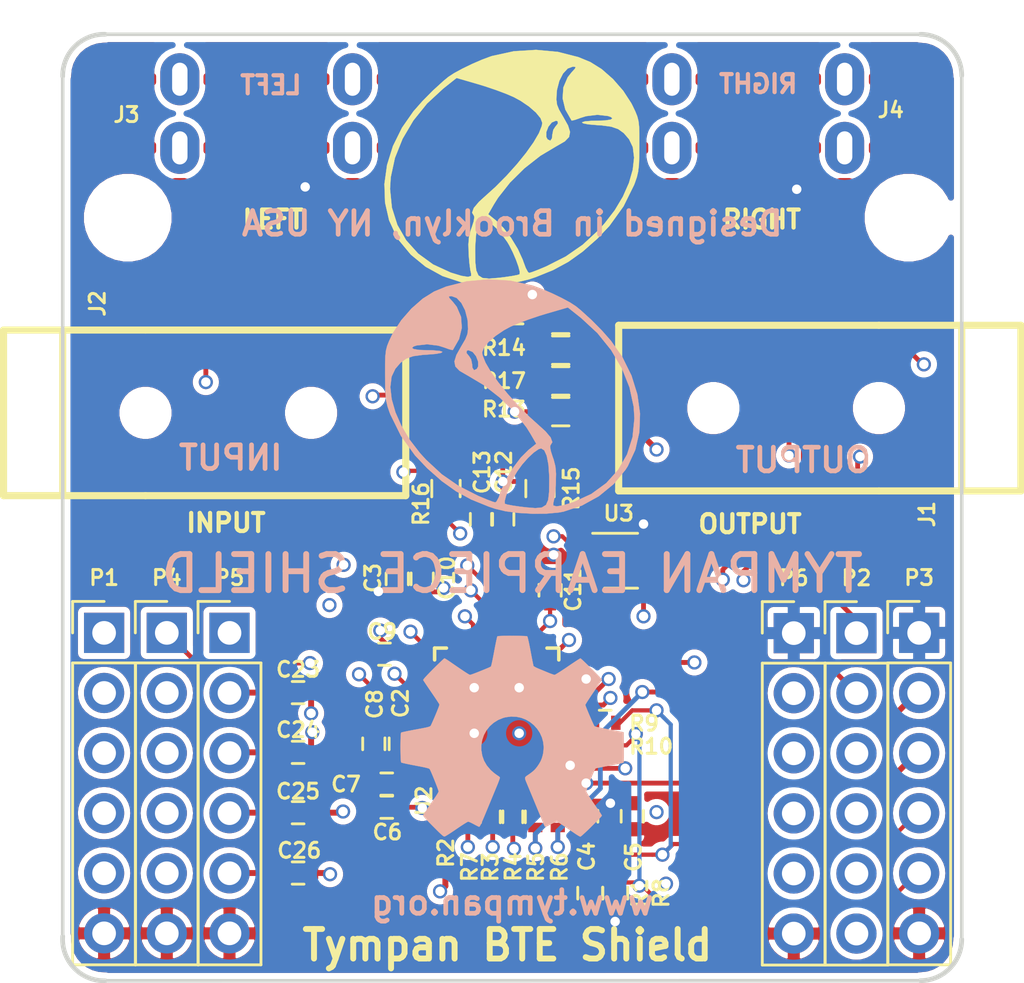
<source format=kicad_pcb>
(kicad_pcb (version 20171130) (host pcbnew "(5.1.4-0-10_14)")
  (title_block (title "Tympan Rev D") (date 3/19/18) (company "Solutiosn Design & Prototyping, LLC"))
  (layers (0 F.Cu signal) (1 In1.Cu power) (2 In2.Cu mixed) (31 B.Cu signal) (34 B.Paste user) (35 F.Paste user) (36 B.SilkS user) (37 F.SilkS user) (38 B.Mask user) (39 F.Mask user) (44 Edge.Cuts user))
  (net 0 "")
  (net 1 GND)
  (net 2 +3V3)
  (net 3 "Net-(C2-Pad1)")
  (net 4 "Net-(C2-Pad2)")
  (net 5 +1V8)
  (net 6 "Net-(C8-Pad1)")
  (net 7 "Net-(C11-Pad1)")
  (net 8 /MICDET)
  (net 9 /BCLK)
  (net 10 /MCLK)
  (net 11 /WCLK)
  (net 12 "Net-(R2-Pad2)")
  (net 13 "Net-(R3-Pad2)")
  (net 14 "Net-(R4-Pad2)")
  (net 15 "Net-(R5-Pad2)")
  (net 16 "Net-(R6-Pad2)")
  (net 17 "Net-(R7-Pad2)")
  (net 18 "Net-(R9-Pad2)")
  (net 19 "Net-(R10-Pad2)")
  (net 20 /MICBIAS)
  (net 21 "Net-(U2-Pad4)")
  (net 22 "Net-(C23-Pad2)")
  (net 23 "Net-(C24-Pad2)")
  (net 24 "Net-(C25-Pad2)")
  (net 25 "Net-(C26-Pad2)")
  (net 26 /SS_2)
  (net 27 /SCK_2)
  (net 28 /MISO_2)
  (net 29 /MOSI_2)
  (net 30 "Net-(C12-Pad2)")
  (net 31 "Net-(C13-Pad2)")
  (net 32 /nRESET_1)
  (net 33 /DIN_1)
  (net 34 /DOUT_1)
  (net 35 /SDA2)
  (net 36 /SCL2)
  (net 37 /M_BIAS_1)
  (net 38 /IN2_L_1)
  (net 39 /IN2_R_1)
  (net 40 /IN1_R_1)
  (net 41 /IN1_L_1)
  (net 42 /LOL_1)
  (net 43 /LOR_1)
  (net 44 /LOR)
  (net 45 /LOL)
  (net 46 /IN1_L)
  (net 47 /IN1_R)
  (net 48 /PDM_DAT)
  (net 49 /PDM_CLK)
  (net 50 /PDM_CLK1)
  (net 51 /PDM_DAT1)
  (net 52 /IN3_L)
  (net 53 /IN3_R)
  (net 54 /HPL_1)
  (net 55 /HPR_1)
  (net 56 "Net-(R12-Pad1)")
  (net 57 "Net-(R13-Pad1)")
  (net 58 "Net-(R16-Pad1)")
  (net 59 "Net-(J5-Pad1)")
  (net 60 "Net-(J6-Pad1)")
  (module Tympan:SJ-3524-SMT-TR (layer F.Cu) (at 118.35 62.48)
    (fp_text reference J2 (at -2.032 -4.6228 -270) (layer F.SilkS) (effects (font (size 0.635 0.635) (thickness 0.127))))
    (fp_text value Tympan_SJ-3524-SMT-TR-PI)
    (pad 4 smd rect (at 12.2 -0.75) (size 2.8 2.8) (layers F.Cu F.Paste F.Mask) (net 8 /MICDET))
    (pad 2 smd rect (at 8.3 4.2) (size 2.8 2.8) (layers F.Cu F.Paste F.Mask) (net 30 "Net-(C12-Pad2)"))
    (pad 3 smd rect (at 0.9 -4.2) (size 2.2 2.8) (layers F.Cu F.Paste F.Mask) (net 31 "Net-(C13-Pad2)"))
    (pad "" np_thru_hole circle (at 7 0) (size 1.7 1.7) (drill 1.7) (layers *.Cu *.Mask))
    (pad "" np_thru_hole circle (at 0 0) (size 1.7 1.7) (drill 1.7) (layers *.Cu *.Mask))
    (pad 1 smd rect (at -1.1 4.2) (size 2.2 2.8) (layers F.Cu F.Paste F.Mask) (net 1 GND))
  )
  (module Tympan:USB_MINI_MOLEX_51387-0578 (layer F.Cu) (at 123.45 51.28)
    (fp_text reference J3 (at -5.9 -1.4) (layer F.SilkS) (effects (font (size 0.635 0.635) (thickness 0.127))))
    (fp_text value USB_B_Mini)
    (pad 6 thru_hole oval (at -3.65 0) (size 1.65 2.2) (drill oval 0.65 1.4) (layers *.Cu *.Mask) (net 1 GND))
    (pad 5 smd rect (at -1.6 0) (size 0.5 1.6) (layers F.Cu F.Paste F.Mask) (net 1 GND))
    (pad 4 smd rect (at -0.8 0) (size 0.5 1.6) (layers F.Cu F.Paste F.Mask) (net 54 /HPL_1))
    (pad 3 smd rect (at 0 0) (size 0.5 1.6) (layers F.Cu F.Paste F.Mask) (net 50 /PDM_CLK1))
    (pad 2 smd rect (at 0.8 0) (size 0.5 1.6) (layers F.Cu F.Paste F.Mask) (net 51 /PDM_DAT1))
    (pad 1 smd rect (at 1.6 0) (size 0.5 1.6) (layers F.Cu F.Paste F.Mask) (net 2 +3V3))
    (pad 6 thru_hole oval (at 3.65 0) (size 1.65 2.2) (drill oval 0.65 1.4) (layers *.Cu *.Mask) (net 1 GND))
    (pad 6 thru_hole oval (at -3.65 -2.9) (size 1.65 2.2) (drill oval 0.65 1.4) (layers *.Cu *.Mask) (net 1 GND))
    (pad 6 thru_hole oval (at 3.65 -2.9) (size 1.65 2.2) (drill oval 0.65 1.4) (layers *.Cu *.Mask) (net 1 GND))
  )
  (module Tympan:USB_MINI_MOLEX_51387-0578 (layer F.Cu) (at 144.25 51.28)
    (fp_text reference J4 (at 5.6 -1.6) (layer F.SilkS) (effects (font (size 0.635 0.635) (thickness 0.127))))
    (fp_text value USB_B_Mini)
    (pad 6 thru_hole oval (at -3.65 0) (size 1.65 2.2) (drill oval 0.65 1.4) (layers *.Cu *.Mask) (net 1 GND))
    (pad 5 smd rect (at -1.6 0) (size 0.5 1.6) (layers F.Cu F.Paste F.Mask) (net 1 GND))
    (pad 4 smd rect (at -0.8 0) (size 0.5 1.6) (layers F.Cu F.Paste F.Mask) (net 55 /HPR_1))
    (pad 3 smd rect (at 0 0) (size 0.5 1.6) (layers F.Cu F.Paste F.Mask) (net 49 /PDM_CLK))
    (pad 2 smd rect (at 0.8 0) (size 0.5 1.6) (layers F.Cu F.Paste F.Mask) (net 48 /PDM_DAT))
    (pad 1 smd rect (at 1.6 0) (size 0.5 1.6) (layers F.Cu F.Paste F.Mask) (net 2 +3V3))
    (pad 6 thru_hole oval (at 3.65 0) (size 1.65 2.2) (drill oval 0.65 1.4) (layers *.Cu *.Mask) (net 1 GND))
    (pad 6 thru_hole oval (at -3.65 -2.9) (size 1.65 2.2) (drill oval 0.65 1.4) (layers *.Cu *.Mask) (net 1 GND))
    (pad 6 thru_hole oval (at 3.65 -2.9) (size 1.65 2.2) (drill oval 0.65 1.4) (layers *.Cu *.Mask) (net 1 GND))
  )
  (module Tympan:SJ-3523-SMT-TR (layer F.Cu) (at 149.35 62.28 180)
    (fp_text reference J1 (at -2.032 -4.4831 90) (layer F.SilkS) (effects (font (size 0.635 0.635) (thickness 0.127))))
    (fp_text value Tympan_SJ-3523-SMT-TR)
    (pad 2 smd rect (at 8.3 4.2 180) (size 2.8 2.8) (layers F.Cu F.Paste F.Mask) (net 54 /HPL_1))
    (pad 3 smd rect (at 0.9 -4.2 180) (size 2.2 2.8) (layers F.Cu F.Paste F.Mask) (net 55 /HPR_1))
    (pad "" np_thru_hole circle (at 7 0 180) (size 1.7 1.7) (drill 1.7) (layers *.Cu *.Mask))
    (pad "" np_thru_hole circle (at 0 0 180) (size 1.7 1.7) (drill 1.7) (layers *.Cu *.Mask))
    (pad 1 smd rect (at -1.1 4.2 180) (size 2.2 2.8) (layers F.Cu F.Paste F.Mask) (net 1 GND))
  )
  (module Graphics:Tympan_LOGO (layer F.Cu) (at 133.85 52.08)
    (fp_text reference G*** hide)
    (fp_text value LOGO hide)
  )
  (module Capacitors_SMD:C_0402 (layer F.Cu) (at 124.8 74.305 180)
    (fp_text reference C23 (at 0 0.975) (layer F.SilkS) (effects (font (size 0.635 0.635) (thickness 0.127))))
    (fp_text value 2.2uF)
    (pad 1 smd rect (at -0.55 0 180) (size 0.6 0.5) (layers F.Cu F.Paste F.Mask) (net 40 /IN1_R_1))
    (pad 2 smd rect (at 0.55 0 180) (size 0.6 0.5) (layers F.Cu F.Paste F.Mask) (net 22 "Net-(C23-Pad2)"))
  )
  (module Capacitors_SMD:C_0603 (layer F.Cu) (at 135.9 58.53)
    (fp_text reference R12 (at -2.4 -0.1) (layer F.SilkS) (effects (font (size 0.635 0.635) (thickness 0.127))))
    (fp_text value 0)
    (pad 1 smd rect (at -0.75 0) (size 0.8 0.75) (layers F.Cu F.Paste F.Mask) (net 56 "Net-(R12-Pad1)"))
    (pad 2 smd rect (at 0.75 0) (size 0.8 0.75) (layers F.Cu F.Paste F.Mask) (net 54 /HPL_1))
  )
  (module Capacitors_SMD:C_0603 (layer F.Cu) (at 135.9 62.43)
    (fp_text reference R13 (at -2.4 -0.1) (layer F.SilkS) (effects (font (size 0.635 0.635) (thickness 0.127))))
    (fp_text value 0)
    (pad 1 smd rect (at -0.75 0) (size 0.8 0.75) (layers F.Cu F.Paste F.Mask) (net 57 "Net-(R13-Pad1)"))
    (pad 2 smd rect (at 0.75 0) (size 0.8 0.75) (layers F.Cu F.Paste F.Mask) (net 55 /HPR_1))
  )
  (module Capacitors_SMD:C_0603 (layer F.Cu) (at 135.9 59.83 180)
    (fp_text reference R14 (at 2.4 0.1 180) (layer F.SilkS) (effects (font (size 0.635 0.635) (thickness 0.127))))
    (fp_text value DNP)
    (pad 1 smd rect (at -0.75 0 180) (size 0.8 0.75) (layers F.Cu F.Paste F.Mask) (net 54 /HPL_1))
    (pad 2 smd rect (at 0.75 0 180) (size 0.8 0.75) (layers F.Cu F.Paste F.Mask) (net 1 GND))
  )
  (module Capacitors_SMD:C_0603 (layer F.Cu) (at 135.025 65.68 90)
    (fp_text reference R15 (at 0 1.325 90) (layer F.SilkS) (effects (font (size 0.635 0.635) (thickness 0.127))))
    (fp_text value 2.2K)
    (pad 1 smd rect (at -0.75 0 90) (size 0.8 0.75) (layers F.Cu F.Paste F.Mask) (net 20 /MICBIAS))
    (pad 2 smd rect (at 0.75 0 90) (size 0.8 0.75) (layers F.Cu F.Paste F.Mask) (net 30 "Net-(C12-Pad2)"))
  )
  (module Capacitors_SMD:C_0603 (layer F.Cu) (at 131.05 65.68 90)
    (fp_text reference R16 (at -0.65 -1.05 270) (layer F.SilkS) (effects (font (size 0.635 0.635) (thickness 0.127))))
    (fp_text value 2.2K)
    (pad 1 smd rect (at -0.75 0 90) (size 0.8 0.75) (layers F.Cu F.Paste F.Mask) (net 58 "Net-(R16-Pad1)"))
    (pad 2 smd rect (at 0.75 0 90) (size 0.8 0.75) (layers F.Cu F.Paste F.Mask) (net 31 "Net-(C13-Pad2)"))
  )
  (module Capacitors_SMD:C_0603 (layer F.Cu) (at 135.9 61.13 180)
    (fp_text reference R17 (at 2.4 0 180) (layer F.SilkS) (effects (font (size 0.635 0.635) (thickness 0.127))))
    (fp_text value DNP)
    (pad 1 smd rect (at -0.75 0 180) (size 0.8 0.75) (layers F.Cu F.Paste F.Mask) (net 55 /HPR_1))
    (pad 2 smd rect (at 0.75 0 180) (size 0.8 0.75) (layers F.Cu F.Paste F.Mask) (net 1 GND))
  )
  (module Housings_DFN_QFN:UQFN-40-1EP_5x5mm_Pitch0.4mm (layer F.Cu) (at 133.1946 75.047 90)
    (fp_text reference U2 (at -3.833 -3.0696 90) (layer F.SilkS) (effects (font (size 0.635 0.635) (thickness 0.127))))
    (fp_text value TLV320AIC3206IRSBT)
    (pad 1 smd rect (at -2.5 -1.8 90) (size 0.75 0.2) (layers F.Cu F.Paste F.Mask) (net 1 GND))
    (pad 2 smd rect (at -2.5 -1.4 90) (size 0.75 0.2) (layers F.Cu F.Paste F.Mask) (net 1 GND))
    (pad 3 smd rect (at -2.5 -1 90) (size 0.75 0.2) (layers F.Cu F.Paste F.Mask) (net 12 "Net-(R2-Pad2)"))
    (pad 4 smd rect (at -2.5 -0.6 90) (size 0.75 0.2) (layers F.Cu F.Paste F.Mask) (net 21 "Net-(U2-Pad4)"))
    (pad 5 smd rect (at -2.5 -0.2 90) (size 0.75 0.2) (layers F.Cu F.Paste F.Mask) (net 17 "Net-(R7-Pad2)"))
    (pad 6 smd rect (at -2.5 0.2 90) (size 0.75 0.2) (layers F.Cu F.Paste F.Mask) (net 13 "Net-(R3-Pad2)"))
    (pad 7 smd rect (at -2.5 0.6 90) (size 0.75 0.2) (layers F.Cu F.Paste F.Mask) (net 14 "Net-(R4-Pad2)"))
    (pad 8 smd rect (at -2.5 1 90) (size 0.75 0.2) (layers F.Cu F.Paste F.Mask) (net 15 "Net-(R5-Pad2)"))
    (pad 9 smd rect (at -2.5 1.4 90) (size 0.75 0.2) (layers F.Cu F.Paste F.Mask) (net 16 "Net-(R6-Pad2)"))
    (pad 10 smd rect (at -2.5 1.8 90) (size 0.75 0.2) (layers F.Cu F.Paste F.Mask) (net 2 +3V3))
    (pad 11 smd rect (at -1.8 2.5 180) (size 0.75 0.2) (layers F.Cu F.Paste F.Mask) (net 1 GND))
    (pad 12 smd rect (at -1.4 2.5 180) (size 0.75 0.2) (layers F.Cu F.Paste F.Mask) (net 50 /PDM_CLK1))
    (pad 13 smd rect (at -1 2.5 180) (size 0.75 0.2) (layers F.Cu F.Paste F.Mask) (net 19 "Net-(R10-Pad2)"))
    (pad 14 smd rect (at -0.6 2.5 180) (size 0.75 0.2) (layers F.Cu F.Paste F.Mask) (net 18 "Net-(R9-Pad2)"))
    (pad 15 smd rect (at -0.2 2.5 180) (size 0.75 0.2) (layers F.Cu F.Paste F.Mask) (net 51 /PDM_DAT1))
    (pad 16 smd rect (at 0.2 2.5 180) (size 0.75 0.2) (layers F.Cu F.Paste F.Mask) (net 1 GND))
    (pad 17 smd rect (at 0.6 2.5 180) (size 0.75 0.2) (layers F.Cu F.Paste F.Mask) (net 41 /IN1_L_1))
    (pad 18 smd rect (at 1 2.5 180) (size 0.75 0.2) (layers F.Cu F.Paste F.Mask) (net 40 /IN1_R_1))
    (pad 19 smd rect (at 1.4 2.5 180) (size 0.75 0.2) (layers F.Cu F.Paste F.Mask) (net 38 /IN2_L_1))
    (pad 20 smd rect (at 1.8 2.5 180) (size 0.75 0.2) (layers F.Cu F.Paste F.Mask) (net 39 /IN2_R_1))
    (pad 21 smd rect (at 2.5 1.8 90) (size 0.75 0.2) (layers F.Cu F.Paste F.Mask) (net 1 GND))
    (pad 22 smd rect (at 2.5 1.4 90) (size 0.75 0.2) (layers F.Cu F.Paste F.Mask) (net 7 "Net-(C11-Pad1)"))
    (pad 23 smd rect (at 2.5 1 90) (size 0.75 0.2) (layers F.Cu F.Paste F.Mask) (net 20 /MICBIAS))
    (pad 24 smd rect (at 2.5 0.6 90) (size 0.75 0.2) (layers F.Cu F.Paste F.Mask) (net 52 /IN3_L))
    (pad 25 smd rect (at 2.5 0.2 90) (size 0.75 0.2) (layers F.Cu F.Paste F.Mask) (net 53 /IN3_R))
    (pad 26 smd rect (at 2.5 -0.2 90) (size 0.75 0.2) (layers F.Cu F.Paste F.Mask) (net 42 /LOL_1))
    (pad 27 smd rect (at 2.5 -0.6 90) (size 0.75 0.2) (layers F.Cu F.Paste F.Mask) (net 43 /LOR_1))
    (pad 28 smd rect (at 2.5 -1 90) (size 0.75 0.2) (layers F.Cu F.Paste F.Mask) (net 1 GND))
    (pad 29 smd rect (at 2.5 -1.4 90) (size 0.75 0.2) (layers F.Cu F.Paste F.Mask) (net 5 +1V8))
    (pad 30 smd rect (at 2.5 -1.8 90) (size 0.75 0.2) (layers F.Cu F.Paste F.Mask) (net 2 +3V3))
    (pad 31 smd rect (at 1.8 -2.5 180) (size 0.75 0.2) (layers F.Cu F.Paste F.Mask) (net 56 "Net-(R12-Pad1)"))
    (pad 32 smd rect (at 1.4 -2.5 180) (size 0.75 0.2) (layers F.Cu F.Paste F.Mask) (net 5 +1V8))
    (pad 33 smd rect (at 1 -2.5 180) (size 0.75 0.2) (layers F.Cu F.Paste F.Mask) (net 57 "Net-(R13-Pad1)"))
    (pad 34 smd rect (at 0.6 -2.5 180) (size 0.75 0.2) (layers F.Cu F.Paste F.Mask) (net 8 /MICDET))
    (pad 35 smd rect (at 0.2 -2.5 180) (size 0.75 0.2) (layers F.Cu F.Paste F.Mask) (net 6 "Net-(C8-Pad1)"))
    (pad 36 smd rect (at -0.2 -2.5 180) (size 0.75 0.2) (layers F.Cu F.Paste F.Mask) (net 3 "Net-(C2-Pad1)"))
    (pad 37 smd rect (at -0.6 -2.5 180) (size 0.75 0.2) (layers F.Cu F.Paste F.Mask) (net 1 GND))
    (pad 38 smd rect (at -1 -2.5 180) (size 0.75 0.2) (layers F.Cu F.Paste F.Mask) (net 4 "Net-(C2-Pad2)"))
    (pad 39 smd rect (at -1.4 -2.5 180) (size 0.75 0.2) (layers F.Cu F.Paste F.Mask) (net 5 +1V8))
    (pad 40 smd rect (at -1.8 -2.5 180) (size 0.75 0.2) (layers F.Cu F.Paste F.Mask) (net 5 +1V8))
    (pad 41 smd rect (at 0.95 0.95 90) (size 1.9 1.9) (layers F.Cu F.Paste F.Mask) (net 1 GND))
    (pad 41 smd rect (at 0.95 -0.95 90) (size 1.9 1.9) (layers F.Cu F.Paste F.Mask) (net 1 GND))
    (pad 41 smd rect (at -0.95 0.95 90) (size 1.9 1.9) (layers F.Cu F.Paste F.Mask) (net 1 GND))
    (pad 41 smd rect (at -0.95 -0.95 90) (size 1.9 1.9) (layers F.Cu F.Paste F.Mask) (net 1 GND))
  )
  (module Capacitors_SMD:C_0402 (layer F.Cu) (at 129.1179 76.4694 270)
    (fp_text reference C2 (at -1.7145 -0.0127 270) (layer F.SilkS) (effects (font (size 0.635 0.635) (thickness 0.127))))
    (fp_text value 2.2uF)
    (pad 1 smd rect (at -0.55 0 270) (size 0.6 0.5) (layers F.Cu F.Paste F.Mask) (net 3 "Net-(C2-Pad1)"))
    (pad 2 smd rect (at 0.55 0 270) (size 0.6 0.5) (layers F.Cu F.Paste F.Mask) (net 4 "Net-(C2-Pad2)"))
  )
  (module Capacitors_SMD:C_0402 (layer F.Cu) (at 128.9909 69.4971 270)
    (fp_text reference C3 (at -0.0381 1.0287 270) (layer F.SilkS) (effects (font (size 0.635 0.635) (thickness 0.127))))
    (fp_text value 0.1uF)
    (pad 1 smd rect (at -0.55 0 270) (size 0.6 0.5) (layers F.Cu F.Paste F.Mask) (net 1 GND))
    (pad 2 smd rect (at 0.55 0 270) (size 0.6 0.5) (layers F.Cu F.Paste F.Mask) (net 2 +3V3))
  )
  (module Capacitors_SMD:C_0402 (layer F.Cu) (at 137 79.53 90)
    (fp_text reference C4 (at -1.7 0 90) (layer F.SilkS) (effects (font (size 0.635 0.635) (thickness 0.127))))
    (fp_text value 10uF)
    (pad 1 smd rect (at -0.55 0 90) (size 0.6 0.5) (layers F.Cu F.Paste F.Mask) (net 1 GND))
    (pad 2 smd rect (at 0.55 0 90) (size 0.6 0.5) (layers F.Cu F.Paste F.Mask) (net 2 +3V3))
  )
  (module Capacitors_SMD:C_0402 (layer F.Cu) (at 138.925 79.53 90)
    (fp_text reference C5 (at -1.725 0.05 90) (layer F.SilkS) (effects (font (size 0.635 0.635) (thickness 0.127))))
    (fp_text value 0.1uF)
    (pad 1 smd rect (at -0.55 0 90) (size 0.6 0.5) (layers F.Cu F.Paste F.Mask) (net 1 GND))
    (pad 2 smd rect (at 0.55 0 90) (size 0.6 0.5) (layers F.Cu F.Paste F.Mask) (net 2 +3V3))
  )
  (module Capacitors_SMD:C_0402 (layer F.Cu) (at 128.5464 79.1491 180)
    (fp_text reference C6 (at -0.0286 -1.0559 180) (layer F.SilkS) (effects (font (size 0.635 0.635) (thickness 0.127))))
    (fp_text value 10uF)
    (pad 1 smd rect (at -0.55 0 180) (size 0.6 0.5) (layers F.Cu F.Paste F.Mask) (net 5 +1V8))
    (pad 2 smd rect (at 0.55 0 180) (size 0.6 0.5) (layers F.Cu F.Paste F.Mask) (net 1 GND))
  )
  (module Capacitors_SMD:C_0402 (layer F.Cu) (at 128.5464 78.1712 180)
    (fp_text reference C7 (at 1.7214 -0.0088 180) (layer F.SilkS) (effects (font (size 0.635 0.635) (thickness 0.127))))
    (fp_text value 0.1uF)
    (pad 1 smd rect (at -0.55 0 180) (size 0.6 0.5) (layers F.Cu F.Paste F.Mask) (net 5 +1V8))
    (pad 2 smd rect (at 0.55 0 180) (size 0.6 0.5) (layers F.Cu F.Paste F.Mask) (net 1 GND))
  )
  (module Capacitors_SMD:C_0402 (layer F.Cu) (at 128.0003 76.4694 270)
    (fp_text reference C8 (at -1.6764 -0.0381 270) (layer F.SilkS) (effects (font (size 0.635 0.635) (thickness 0.127))))
    (fp_text value 2.2uF)
    (pad 1 smd rect (at -0.55 0 270) (size 0.6 0.5) (layers F.Cu F.Paste F.Mask) (net 6 "Net-(C8-Pad1)"))
    (pad 2 smd rect (at 0.55 0 270) (size 0.6 0.5) (layers F.Cu F.Paste F.Mask) (net 1 GND))
  )
  (module Capacitors_SMD:C_0402 (layer F.Cu) (at 128.45 72.68 180)
    (fp_text reference C9 (at 0.1 0.95 180) (layer F.SilkS) (effects (font (size 0.635 0.635) (thickness 0.127))))
    (fp_text value 1uF)
    (pad 1 smd rect (at -0.55 0 180) (size 0.6 0.5) (layers F.Cu F.Paste F.Mask) (net 5 +1V8))
    (pad 2 smd rect (at 0.55 0 180) (size 0.6 0.5) (layers F.Cu F.Paste F.Mask) (net 1 GND))
  )
  (module Capacitors_SMD:C_0402 (layer F.Cu) (at 130.045 69.4971 90)
    (fp_text reference C10 (at 0.0381 1.0414 90) (layer F.SilkS) (effects (font (size 0.635 0.635) (thickness 0.127))))
    (fp_text value 0.1uF)
    (pad 1 smd rect (at -0.55 0 90) (size 0.6 0.5) (layers F.Cu F.Paste F.Mask) (net 5 +1V8))
    (pad 2 smd rect (at 0.55 0 90) (size 0.6 0.5) (layers F.Cu F.Paste F.Mask) (net 1 GND))
  )
  (module Capacitors_SMD:C_0402 (layer F.Cu) (at 135.45 69.98 270)
    (fp_text reference C11 (at -0.025 -0.975 270) (layer F.SilkS) (effects (font (size 0.635 0.635) (thickness 0.127))))
    (fp_text value 10uF)
    (pad 1 smd rect (at -0.55 0 270) (size 0.6 0.5) (layers F.Cu F.Paste F.Mask) (net 7 "Net-(C11-Pad1)"))
    (pad 2 smd rect (at 0.55 0 270) (size 0.6 0.5) (layers F.Cu F.Paste F.Mask) (net 1 GND))
  )
  (module Capacitors_SMD:C_0402 (layer F.Cu) (at 133.45 66.98 90)
    (fp_text reference C12 (at 1.9945 0.0471 270) (layer F.SilkS) (effects (font (size 0.635 0.635) (thickness 0.127))))
    (fp_text value 0.1uF)
    (pad 1 smd rect (at -0.55 0 90) (size 0.6 0.5) (layers F.Cu F.Paste F.Mask) (net 52 /IN3_L))
    (pad 2 smd rect (at 0.55 0 90) (size 0.6 0.5) (layers F.Cu F.Paste F.Mask) (net 30 "Net-(C12-Pad2)"))
  )
  (module Capacitors_SMD:C_0402 (layer F.Cu) (at 132.55 66.98 90)
    (fp_text reference C13 (at 1.9945 0.0278 270) (layer F.SilkS) (effects (font (size 0.635 0.635) (thickness 0.127))))
    (fp_text value 0.1uF)
    (pad 1 smd rect (at -0.55 0 90) (size 0.6 0.5) (layers F.Cu F.Paste F.Mask) (net 53 /IN3_R))
    (pad 2 smd rect (at 0.55 0 90) (size 0.6 0.5) (layers F.Cu F.Paste F.Mask) (net 31 "Net-(C13-Pad2)"))
  )
  (module Capacitors_SMD:C_0402 (layer F.Cu) (at 124.8 76.83 180)
    (fp_text reference C24 (at 0 0.95 180) (layer F.SilkS) (effects (font (size 0.635 0.635) (thickness 0.127))))
    (fp_text value 2.2uF)
    (pad 1 smd rect (at -0.55 0 180) (size 0.6 0.5) (layers F.Cu F.Paste F.Mask) (net 41 /IN1_L_1))
    (pad 2 smd rect (at 0.55 0 180) (size 0.6 0.5) (layers F.Cu F.Paste F.Mask) (net 23 "Net-(C24-Pad2)"))
  )
  (module Capacitors_SMD:C_0402 (layer F.Cu) (at 124.8 79.38 180)
    (fp_text reference C25 (at 0 0.9 180) (layer F.SilkS) (effects (font (size 0.635 0.635) (thickness 0.127))))
    (fp_text value 2.2uF)
    (pad 1 smd rect (at -0.55 0 180) (size 0.6 0.5) (layers F.Cu F.Paste F.Mask) (net 42 /LOL_1))
    (pad 2 smd rect (at 0.55 0 180) (size 0.6 0.5) (layers F.Cu F.Paste F.Mask) (net 24 "Net-(C25-Pad2)"))
  )
  (module Capacitors_SMD:C_0402 (layer F.Cu) (at 124.8 81.93 180)
    (fp_text reference C26 (at -0.05 0.95 180) (layer F.SilkS) (effects (font (size 0.635 0.635) (thickness 0.127))))
    (fp_text value 2.2uF)
    (pad 1 smd rect (at -0.55 0 180) (size 0.6 0.5) (layers F.Cu F.Paste F.Mask) (net 43 /LOR_1))
    (pad 2 smd rect (at 0.55 0 180) (size 0.6 0.5) (layers F.Cu F.Paste F.Mask) (net 25 "Net-(C26-Pad2)"))
  )
  (module Pin_Headers:Pin_Header_Straight_1x06_Pitch2.54mm (layer F.Cu) (at 151.05 71.78)
    (fp_text reference P3 (at 0 -2.33) (layer F.SilkS) (effects (font (size 0.635 0.635) (thickness 0.127))))
    (fp_text value CONN_01X06)
    (pad 1 thru_hole rect (at 0 0) (size 1.7 1.7) (drill 1) (layers *.Cu *.Mask) (net 2 +3V3))
    (pad 2 thru_hole oval (at 0 2.54) (size 1.7 1.7) (drill 1) (layers *.Cu *.Mask) (net 34 /DOUT_1))
    (pad 3 thru_hole oval (at 0 5.08) (size 1.7 1.7) (drill 1) (layers *.Cu *.Mask) (net 33 /DIN_1))
    (pad 4 thru_hole oval (at 0 7.62) (size 1.7 1.7) (drill 1) (layers *.Cu *.Mask) (net 35 /SDA2))
    (pad 5 thru_hole oval (at 0 10.16) (size 1.7 1.7) (drill 1) (layers *.Cu *.Mask) (net 36 /SCL2))
    (pad 6 thru_hole oval (at 0 12.7) (size 1.7 1.7) (drill 1) (layers *.Cu *.Mask) (net 1 GND))
  )
  (module Pin_Headers:Pin_Header_Straight_1x06_Pitch2.54mm (layer F.Cu) (at 119.25 71.78)
    (fp_text reference P4 (at 0 -2.33) (layer F.SilkS) (effects (font (size 0.635 0.635) (thickness 0.127))))
    (fp_text value CONN_01X06)
    (pad 1 thru_hole rect (at 0 0) (size 1.7 1.7) (drill 1) (layers *.Cu *.Mask) (net 37 /M_BIAS_1))
    (pad 2 thru_hole oval (at 0 2.54) (size 1.7 1.7) (drill 1) (layers *.Cu *.Mask) (net 10 /MCLK))
    (pad 3 thru_hole oval (at 0 5.08) (size 1.7 1.7) (drill 1) (layers *.Cu *.Mask) (net 9 /BCLK))
    (pad 4 thru_hole oval (at 0 7.62) (size 1.7 1.7) (drill 1) (layers *.Cu *.Mask) (net 11 /WCLK))
    (pad 5 thru_hole oval (at 0 10.16) (size 1.7 1.7) (drill 1) (layers *.Cu *.Mask) (net 32 /nRESET_1))
    (pad 6 thru_hole oval (at 0 12.7) (size 1.7 1.7) (drill 1) (layers *.Cu *.Mask) (net 1 GND))
  )
  (module Pin_Headers:Pin_Header_Straight_1x06_Pitch2.54mm (layer F.Cu) (at 121.9 71.78)
    (fp_text reference P5 (at 0 -2.33) (layer F.SilkS) (effects (font (size 0.635 0.635) (thickness 0.127))))
    (fp_text value CONN_01X06)
    (pad 1 thru_hole rect (at 0 0) (size 1.7 1.7) (drill 1) (layers *.Cu *.Mask) (net 5 +1V8))
    (pad 2 thru_hole oval (at 0 2.54) (size 1.7 1.7) (drill 1) (layers *.Cu *.Mask) (net 22 "Net-(C23-Pad2)"))
    (pad 3 thru_hole oval (at 0 5.08) (size 1.7 1.7) (drill 1) (layers *.Cu *.Mask) (net 23 "Net-(C24-Pad2)"))
    (pad 4 thru_hole oval (at 0 7.62) (size 1.7 1.7) (drill 1) (layers *.Cu *.Mask) (net 24 "Net-(C25-Pad2)"))
    (pad 5 thru_hole oval (at 0 10.16) (size 1.7 1.7) (drill 1) (layers *.Cu *.Mask) (net 25 "Net-(C26-Pad2)"))
    (pad 6 thru_hole oval (at 0 12.7) (size 1.7 1.7) (drill 1) (layers *.Cu *.Mask) (net 1 GND))
  )
  (module Pin_Headers:Pin_Header_Straight_1x06_Pitch2.54mm (layer F.Cu) (at 148.4 71.79)
    (fp_text reference P2 (at 0 -2.33) (layer F.SilkS) (effects (font (size 0.635 0.635) (thickness 0.127))))
    (fp_text value CONN_01X06)
    (pad 1 thru_hole rect (at 0 0) (size 1.7 1.7) (drill 1) (layers *.Cu *.Mask) (net 48 /PDM_DAT))
    (pad 2 thru_hole oval (at 0 2.54) (size 1.7 1.7) (drill 1) (layers *.Cu *.Mask) (net 49 /PDM_CLK))
    (pad 3 thru_hole oval (at 0 5.08) (size 1.7 1.7) (drill 1) (layers *.Cu *.Mask) (net 28 /MISO_2))
    (pad 4 thru_hole oval (at 0 7.62) (size 1.7 1.7) (drill 1) (layers *.Cu *.Mask) (net 29 /MOSI_2))
    (pad 5 thru_hole oval (at 0 10.16) (size 1.7 1.7) (drill 1) (layers *.Cu *.Mask) (net 27 /SCK_2))
    (pad 6 thru_hole oval (at 0 12.7) (size 1.7 1.7) (drill 1) (layers *.Cu *.Mask) (net 26 /SS_2))
  )
  (module Pin_Headers:Pin_Header_Straight_1x06_Pitch2.54mm (layer F.Cu) (at 116.6 71.78)
    (fp_text reference P1 (at 0 -2.33) (layer F.SilkS) (effects (font (size 0.635 0.635) (thickness 0.127))))
    (fp_text value CONN_01X06)
    (pad 6 thru_hole oval (at 0 12.7) (size 1.7 1.7) (drill 1) (layers *.Cu *.Mask) (net 1 GND))
    (pad 5 thru_hole oval (at 0 10.16) (size 1.7 1.7) (drill 1) (layers *.Cu *.Mask) (net 44 /LOR))
    (pad 4 thru_hole oval (at 0 7.62) (size 1.7 1.7) (drill 1) (layers *.Cu *.Mask) (net 45 /LOL))
    (pad 3 thru_hole oval (at 0 5.08) (size 1.7 1.7) (drill 1) (layers *.Cu *.Mask) (net 46 /IN1_L))
    (pad 2 thru_hole oval (at 0 2.54) (size 1.7 1.7) (drill 1) (layers *.Cu *.Mask) (net 47 /IN1_R))
    (pad 1 thru_hole rect (at 0 0) (size 1.7 1.7) (drill 1) (layers *.Cu *.Mask) (net 5 +1V8))
  )
  (module Graphics:Tympan_LOGO (layer B.Cu) (at 133.85 61.78 180)
    (fp_text reference G*** hide)
    (fp_text value LOGO hide)
  )
  (module Graphics:oshwa-logo-gear (layer B.Cu) (at 133.85 76.18 180)
    (fp_text reference G*** hide)
    (fp_text value LOGO hide)
  )
  (module Resistors_SMD:R_0402 (layer F.Cu) (at 131.025 79.555 90)
    (fp_text reference R2 (at -1.525 0.025 90) (layer F.SilkS) (effects (font (size 0.635 0.635) (thickness 0.127))))
    (fp_text value 33R)
    (pad 2 smd rect (at 0.45 0 90) (size 0.4 0.6) (layers F.Cu F.Paste F.Mask) (net 12 "Net-(R2-Pad2)"))
    (pad 1 smd rect (at -0.45 0 90) (size 0.4 0.6) (layers F.Cu F.Paste F.Mask) (net 32 /nRESET_1))
  )
  (module Resistors_SMD:R_0402 (layer F.Cu) (at 132.925 79.555 90)
    (fp_text reference R3 (at -2.125 0 90) (layer F.SilkS) (effects (font (size 0.635 0.635) (thickness 0.127))))
    (fp_text value 33R)
    (pad 1 smd rect (at -0.45 0 90) (size 0.4 0.6) (layers F.Cu F.Paste F.Mask) (net 9 /BCLK))
    (pad 2 smd rect (at 0.45 0 90) (size 0.4 0.6) (layers F.Cu F.Paste F.Mask) (net 13 "Net-(R3-Pad2)"))
  )
  (module Resistors_SMD:R_0402 (layer F.Cu) (at 133.875 79.555 90)
    (fp_text reference R4 (at -2.1126 0.02 90) (layer F.SilkS) (effects (font (size 0.635 0.635) (thickness 0.127))))
    (fp_text value 33R)
    (pad 2 smd rect (at 0.45 0 90) (size 0.4 0.6) (layers F.Cu F.Paste F.Mask) (net 14 "Net-(R4-Pad2)"))
    (pad 1 smd rect (at -0.45 0 90) (size 0.4 0.6) (layers F.Cu F.Paste F.Mask) (net 11 /WCLK))
  )
  (module Resistors_SMD:R_0402 (layer F.Cu) (at 134.825 79.555 90)
    (fp_text reference R5 (at -2.125 0.025 90) (layer F.SilkS) (effects (font (size 0.635 0.635) (thickness 0.127))))
    (fp_text value 33R)
    (pad 1 smd rect (at -0.45 0 90) (size 0.4 0.6) (layers F.Cu F.Paste F.Mask) (net 33 /DIN_1))
    (pad 2 smd rect (at 0.45 0 90) (size 0.4 0.6) (layers F.Cu F.Paste F.Mask) (net 15 "Net-(R5-Pad2)"))
  )
  (module Resistors_SMD:R_0402 (layer F.Cu) (at 135.775 79.555 90)
    (fp_text reference R6 (at -2.125 0.075 90) (layer F.SilkS) (effects (font (size 0.635 0.635) (thickness 0.127))))
    (fp_text value 33R)
    (pad 2 smd rect (at 0.45 0 90) (size 0.4 0.6) (layers F.Cu F.Paste F.Mask) (net 16 "Net-(R6-Pad2)"))
    (pad 1 smd rect (at -0.45 0 90) (size 0.4 0.6) (layers F.Cu F.Paste F.Mask) (net 34 /DOUT_1))
  )
  (module Resistors_SMD:R_0402 (layer F.Cu) (at 131.975 79.555 90)
    (fp_text reference R7 (at -2.125 0.075 90) (layer F.SilkS) (effects (font (size 0.635 0.635) (thickness 0.127))))
    (fp_text value 33R)
    (pad 1 smd rect (at -0.45 0 90) (size 0.4 0.6) (layers F.Cu F.Paste F.Mask) (net 10 /MCLK))
    (pad 2 smd rect (at 0.45 0 90) (size 0.4 0.6) (layers F.Cu F.Paste F.Mask) (net 17 "Net-(R7-Pad2)"))
  )
  (module Resistors_SMD:R_0402 (layer F.Cu) (at 137.7793 75.58 180)
    (fp_text reference R9 (at -1.6457 -0.025 180) (layer F.SilkS) (effects (font (size 0.635 0.635) (thickness 0.127))))
    (fp_text value 33R)
    (pad 2 smd rect (at 0.45 0 180) (size 0.4 0.6) (layers F.Cu F.Paste F.Mask) (net 18 "Net-(R9-Pad2)"))
    (pad 1 smd rect (at -0.45 0 180) (size 0.4 0.6) (layers F.Cu F.Paste F.Mask) (net 35 /SDA2))
  )
  (module Resistors_SMD:R_0402 (layer F.Cu) (at 137.7793 76.5329 180)
    (fp_text reference R10 (at -1.9457 -0.0471 180) (layer F.SilkS) (effects (font (size 0.635 0.635) (thickness 0.127))))
    (fp_text value 33R)
    (pad 1 smd rect (at -0.45 0 180) (size 0.4 0.6) (layers F.Cu F.Paste F.Mask) (net 36 /SCL2))
    (pad 2 smd rect (at 0.45 0 180) (size 0.4 0.6) (layers F.Cu F.Paste F.Mask) (net 19 "Net-(R10-Pad2)"))
  )
  (module Resistors_SMD:R_0402 (layer F.Cu) (at 137.15 82.78 270)
    (fp_text reference R1 (at 0 -2.1 270) (layer F.SilkS) (effects (font (size 0.635 0.635) (thickness 0.127))))
    (fp_text value 4K7)
    (pad 2 smd rect (at 0.45 0 270) (size 0.4 0.6) (layers F.Cu F.Paste F.Mask) (net 2 +3V3))
    (pad 1 smd rect (at -0.45 0 270) (size 0.4 0.6) (layers F.Cu F.Paste F.Mask) (net 35 /SDA2))
  )
  (module Resistors_SMD:R_0402 (layer F.Cu) (at 138.2 82.78 90)
    (fp_text reference R8 (at 0 1.95 90) (layer F.SilkS) (effects (font (size 0.635 0.635) (thickness 0.127))))
    (fp_text value 4K7)
    (pad 1 smd rect (at -0.45 0 90) (size 0.4 0.6) (layers F.Cu F.Paste F.Mask) (net 2 +3V3))
    (pad 2 smd rect (at 0.45 0 90) (size 0.4 0.6) (layers F.Cu F.Paste F.Mask) (net 36 /SCL2))
  )
  (module Pin_Headers:Pin_Header_Straight_1x06_Pitch2.54mm (layer F.Cu) (at 145.75 71.79)
    (fp_text reference P6 (at 0 -2.33) (layer F.SilkS) (effects (font (size 0.635 0.635) (thickness 0.127))))
    (fp_text value CONN_01X06)
    (pad 6 thru_hole oval (at 0 12.7) (size 1.7 1.7) (drill 1) (layers *.Cu *.Mask) (net 1 GND))
    (pad 5 thru_hole oval (at 0 10.16) (size 1.7 1.7) (drill 1) (layers *.Cu *.Mask) (net 50 /PDM_CLK1))
    (pad 4 thru_hole oval (at 0 7.62) (size 1.7 1.7) (drill 1) (layers *.Cu *.Mask) (net 51 /PDM_DAT1))
    (pad 3 thru_hole oval (at 0 5.08) (size 1.7 1.7) (drill 1) (layers *.Cu *.Mask) (net 39 /IN2_R_1))
    (pad 2 thru_hole oval (at 0 2.54) (size 1.7 1.7) (drill 1) (layers *.Cu *.Mask) (net 38 /IN2_L_1))
    (pad 1 thru_hole rect (at 0 0) (size 1.7 1.7) (drill 1) (layers *.Cu *.Mask) (net 2 +3V3))
  )
  (module Package_TO_SOT_SMD:SOT-353_SC-70-5 (layer F.Cu) (at 138.45 68.73)
    (fp_text reference U3 (at -0.1 -2) (layer F.SilkS) (effects (font (size 0.635 0.635) (thickness 0.127))))
    (fp_text value 74LVC1G66)
    (pad 1 smd rect (at -0.95 -0.65) (size 0.65 0.4) (layers F.Cu F.Paste F.Mask) (net 20 /MICBIAS))
    (pad 3 smd rect (at -0.95 0.65) (size 0.65 0.4) (layers F.Cu F.Paste F.Mask) (net 1 GND))
    (pad 2 smd rect (at -0.95 0) (size 0.65 0.4) (layers F.Cu F.Paste F.Mask) (net 58 "Net-(R16-Pad1)"))
    (pad 4 smd rect (at 0.95 0.65) (size 0.65 0.4) (layers F.Cu F.Paste F.Mask) (net 37 /M_BIAS_1))
    (pad 5 smd rect (at 0.95 -0.65) (size 0.65 0.4) (layers F.Cu F.Paste F.Mask) (net 2 +3V3))
  )
  (module MountingHole:MountingHole_3.2mm_M3 (layer F.Cu) (at 150.6 54.23)
    (fp_text reference J5)
    (fp_text value Conn_01x01)
    (pad 1 np_thru_hole circle (at 0 0) (size 3.2 3.2) (drill 3.2) (layers *.Cu *.Mask) (net 59 "Net-(J5-Pad1)"))
  )
  (module MountingHole:MountingHole_3.2mm_M3 (layer F.Cu) (at 117.6 54.23)
    (fp_text reference J6)
    (fp_text value Conn_01x01)
    (pad 1 np_thru_hole circle (at 0 0) (size 3.2 3.2) (drill 3.2) (layers *.Cu *.Mask) (net 60 "Net-(J6-Pad1)"))
  )
  (gr_text LEFT (at 123.65 48.63) (layer B.SilkS) (effects (font (size 0.762 0.762) (thickness 0.1778)) (justify mirror)))
  (gr_text RIGHT (at 144.25 48.58) (layer B.SilkS) (effects (font (size 0.762 0.762) (thickness 0.1778)) (justify mirror)))
  (gr_text RIGHT (at 144.4 54.305) (layer F.SilkS) (effects (font (size 0.762 0.762) (thickness 0.1778))))
  (gr_text LEFT (at 123.75 54.305) (layer F.SilkS) (effects (font (size 0.762 0.762) (thickness 0.1778))))
  (gr_text "Tympan BTE Shield" (at 124.85 84.98) (layer F.SilkS) (effects (font (size 1.25 1.2) (thickness 0.25)) (justify left)))
  (gr_text INPUT (at 121.95 64.38) (layer B.SilkS) (effects (font (size 1 1) (thickness 0.2)) (justify mirror)))
  (gr_text OUTPUT (at 146.15 64.48) (layer B.SilkS) (effects (font (size 1 1) (thickness 0.2)) (justify mirror)))
  (gr_arc (start 116.600536 48.229993) (end 116.650536 46.479993) (angle -92.455011) (layer Edge.Cuts) (width 0.2))
  (gr_arc (start 151.1 48.23) (end 152.85 48.23) (angle -90) (layer Edge.Cuts) (width 0.2))
  (gr_arc (start 151.1 84.73) (end 151.1 86.48) (angle -90) (layer Edge.Cuts) (width 0.2))
  (gr_arc (start 116.6 84.73) (end 114.85 84.605) (angle -95.72216304) (layer Edge.Cuts) (width 0.2))
  (gr_line (start 116.650106 86.483743) (end 151.1 86.48) (angle 90) (layer Edge.Cuts) (width 0.15))
  (gr_text www.tympan.org (at 133.85 83.18) (layer B.SilkS) (effects (font (size 1 1) (thickness 0.2)) (justify mirror)))
  (gr_text "Designed in Brooklyn, NY USA" (at 133.85 54.48) (layer B.SilkS) (effects (font (size 1 1) (thickness 0.2)) (justify mirror)))
  (gr_line (start 114.85 48.255) (end 114.85 84.605) (angle 90) (layer Edge.Cuts) (width 0.15))
  (gr_line (start 151.1 46.48) (end 116.650536 46.479993) (angle 90) (layer Edge.Cuts) (width 0.15))
  (gr_line (start 152.85 84.73) (end 152.85 48.23) (angle 90) (layer Edge.Cuts) (width 0.15))
  (gr_text "TYMPAN EARPIECE SHIELD" (at 133.85 69.28) (layer B.SilkS) (effects (font (size 1.524 1.524) (thickness 0.25)) (justify mirror)))
  (gr_text INPUT (at 121.75 67.13) (layer F.SilkS) (effects (font (size 0.762 0.762) (thickness 0.1778))))
  (gr_text OUTPUT (at 143.9 67.18) (layer F.SilkS) (effects (font (size 0.762 0.762) (thickness 0.1778))))
  (segment (start 132.1946 71.4246) (end 132.1946 72.547) (width 0.1778) (layer F.Cu) (net 1))
  (via (at 131.85 71.08) (size 0.6) (drill 0.4) (layers F.Cu B.Cu) (net 1))
  (segment (start 132.1946 71.4246) (end 131.85 71.08) (width 0.1778) (layer F.Cu) (net 1))
  (segment (start 134.9946 72.547) (end 134.9946 71.9854) (width 0.1778) (layer F.Cu) (net 1))
  (segment (start 132.1946 74.047) (end 132.2446 74.097) (width 0.1778) (layer F.Cu) (net 1))
  (via (at 134.1446 74.097) (size 0.6) (drill 0.4) (layers F.Cu B.Cu) (net 1))
  (segment (start 134.1446 74.097) (end 134.1471 74.0945) (width 0.1778) (layer B.Cu) (net 1))
  (via (at 132.2446 74.097) (size 0.6) (drill 0.4) (layers F.Cu B.Cu) (net 1))
  (segment (start 132.2446 74.097) (end 132.2421 74.0945) (width 0.1778) (layer B.Cu) (net 1))
  (segment (start 128.0003 77.0194) (end 128.0003 78.1673) (width 0.1778) (layer F.Cu) (net 1))
  (segment (start 128.0003 78.1673) (end 127.9964 78.1712) (width 0.1778) (layer F.Cu) (net 1))
  (segment (start 130.045 68.9471) (end 128.9909 68.9471) (width 0.1778) (layer F.Cu) (net 1))
  (segment (start 127.9964 79.1491) (end 127.9964 78.1712) (width 0.1778) (layer F.Cu) (net 1))
  (segment (start 131.3946 77.547) (end 131.7946 77.547) (width 0.1778) (layer F.Cu) (net 1))
  (segment (start 135.6946 74.847) (end 134.8946 74.847) (width 0.1778) (layer F.Cu) (net 1))
  (segment (start 134.8946 74.847) (end 134.1446 74.097) (width 0.1778) (layer F.Cu) (net 1))
  (segment (start 135.4718 70.5004) (end 135.4552 70.517) (width 0.1778) (layer F.Cu) (net 1))
  (via (at 135.45 71.279992) (size 0.6) (drill 0.4) (layers F.Cu B.Cu) (net 1))
  (segment (start 134.9946 72.547) (end 134.9946 71.735392) (width 0.1778) (layer F.Cu) (net 1))
  (segment (start 134.9946 71.735392) (end 135.150001 71.579991) (width 0.1778) (layer F.Cu) (net 1))
  (segment (start 135.150001 71.579991) (end 135.45 71.279992) (width 0.1778) (layer F.Cu) (net 1))
  (segment (start 135.45 71.279992) (end 135.45 70.53) (width 0.1778) (layer F.Cu) (net 1))
  (segment (start 131.944601 76.323909) (end 132.2446 76.02391) (width 0.1778) (layer F.Cu) (net 1))
  (via (at 132.2446 76.02391) (size 0.6) (drill 0.4) (layers F.Cu B.Cu) (net 1))
  (segment (start 131.86769 75.647) (end 131.944601 75.723911) (width 0.1778) (layer F.Cu) (net 1))
  (segment (start 131.3946 76.87391) (end 131.944601 76.323909) (width 0.1778) (layer F.Cu) (net 1))
  (segment (start 132.2446 76.002) (end 132.2446 76.02391) (width 0.1778) (layer B.Cu) (net 1))
  (segment (start 134.1446 74.097) (end 134.1446 76.02391) (width 0.1778) (layer F.Cu) (net 1))
  (via (at 134.1446 76.02391) (size 0.6) (drill 0.4) (layers F.Cu B.Cu) (net 1))
  (segment (start 131.3946 77.547) (end 131.3946 76.87391) (width 0.1778) (layer F.Cu) (net 1))
  (segment (start 134.96769 76.847) (end 134.444599 76.323909) (width 0.1778) (layer F.Cu) (net 1))
  (segment (start 134.1471 75.9995) (end 134.1446 76.002) (width 0.1778) (layer B.Cu) (net 1))
  (segment (start 131.944601 75.723911) (end 132.2446 76.02391) (width 0.1778) (layer F.Cu) (net 1))
  (segment (start 134.1446 76.002) (end 134.1446 76.02391) (width 0.1778) (layer B.Cu) (net 1))
  (segment (start 135.6946 76.847) (end 134.96769 76.847) (width 0.1778) (layer F.Cu) (net 1))
  (segment (start 131.7946 77.547) (end 131.7946 76.47391) (width 0.1778) (layer F.Cu) (net 1))
  (segment (start 134.444599 76.323909) (end 134.1446 76.02391) (width 0.1778) (layer F.Cu) (net 1))
  (segment (start 132.2421 75.9995) (end 132.2446 76.002) (width 0.1778) (layer B.Cu) (net 1))
  (segment (start 132.2446 74.097) (end 132.2446 76.02391) (width 0.1778) (layer F.Cu) (net 1))
  (segment (start 131.7946 76.47391) (end 131.944601 76.323909) (width 0.1778) (layer F.Cu) (net 1))
  (segment (start 130.6946 75.647) (end 131.86769 75.647) (width 0.1778) (layer F.Cu) (net 1))
  (via (at 135.6 68.48) (size 0.6) (drill 0.4) (layers F.Cu B.Cu) (net 1))
  (segment (start 135.95 68.48) (end 135.6 68.48) (width 0.1778) (layer F.Cu) (net 1))
  (segment (start 136.85 69.38) (end 135.95 68.48) (width 0.1778) (layer F.Cu) (net 1))
  (segment (start 137.5 69.38) (end 136.85 69.38) (width 0.1778) (layer F.Cu) (net 1))
  (segment (start 127.125 48.405) (end 127 48.28) (width 0.2032) (layer B.Cu) (net 1))
  (via (at 151.25 60.43) (size 0.6) (drill 0.4) (layers F.Cu B.Cu) (net 1))
  (segment (start 151.1968 60.43) (end 151.25 60.43) (width 0.2032) (layer F.Cu) (net 1))
  (segment (start 150.45 59.6832) (end 151.1968 60.43) (width 0.2032) (layer F.Cu) (net 1))
  (segment (start 150.45 58.08) (end 150.45 59.6832) (width 0.2032) (layer F.Cu) (net 1))
  (segment (start 134.9946 77.547) (end 134.9946 77.8083) (width 0.1778) (layer F.Cu) (net 2))
  (segment (start 134.9946 77.547) (end 134.9946 77.694) (width 0.1778) (layer F.Cu) (net 2))
  (via (at 139.4 67.180002) (size 0.6) (drill 0.4) (layers F.Cu B.Cu) (net 2))
  (segment (start 139.4 68.08) (end 139.4 67.180002) (width 0.1778) (layer F.Cu) (net 2))
  (segment (start 131.3946 72.547) (end 128.9909 70.1433) (width 0.1778) (layer F.Cu) (net 2))
  (segment (start 128.9909 70.1433) (end 128.9909 70.0471) (width 0.1778) (layer F.Cu) (net 2))
  (segment (start 128.9909 70.0471) (end 128.9743 70.0305) (width 0.381) (layer F.Cu) (net 2))
  (via (at 128.193903 70.03) (size 0.6) (drill 0.4) (layers F.Cu B.Cu) (net 2))
  (segment (start 128.211003 70.0471) (end 128.193903 70.03) (width 0.25) (layer F.Cu) (net 2))
  (segment (start 128.9909 70.0471) (end 128.211003 70.0471) (width 0.25) (layer F.Cu) (net 2))
  (segment (start 137.15 83.23) (end 138.2 83.23) (width 0.2032) (layer F.Cu) (net 2))
  (segment (start 137 78.98) (end 136.85 78.98) (width 0.2032) (layer F.Cu) (net 2))
  (segment (start 135.417 77.547) (end 134.9946 77.547) (width 0.2032) (layer F.Cu) (net 2))
  (segment (start 136.85 78.98) (end 135.417 77.547) (width 0.2032) (layer F.Cu) (net 2))
  (via (at 138 78.98) (size 0.6) (drill 0.4) (layers F.Cu B.Cu) (net 2))
  (segment (start 138.925 78.98) (end 138 78.98) (width 0.381) (layer F.Cu) (net 2))
  (segment (start 137 78.98) (end 138 78.98) (width 0.381) (layer F.Cu) (net 2))
  (via (at 138.2 83.980002) (size 0.6) (drill 0.4) (layers F.Cu B.Cu) (net 2))
  (segment (start 138.2 83.23) (end 138.2 83.980002) (width 0.2032) (layer F.Cu) (net 2))
  (via (at 125.1 52.93) (size 0.6) (drill 0.4) (layers F.Cu B.Cu) (net 2))
  (segment (start 125.05 51.28) (end 125.05 52.88) (width 0.25) (layer F.Cu) (net 2))
  (segment (start 125.05 52.88) (end 125.1 52.93) (width 0.25) (layer F.Cu) (net 2))
  (via (at 145.875002 53.03) (size 0.6) (drill 0.4) (layers F.Cu B.Cu) (net 2))
  (segment (start 145.85 53.004998) (end 145.875002 53.03) (width 0.25) (layer F.Cu) (net 2))
  (segment (start 145.85 51.28) (end 145.85 53.004998) (width 0.25) (layer F.Cu) (net 2))
  (segment (start 130.6946 75.247) (end 130.1879 75.247) (width 0.1778) (layer F.Cu) (net 3))
  (segment (start 129.5155 75.9194) (end 129.1179 75.9194) (width 0.1778) (layer F.Cu) (net 3))
  (segment (start 130.1879 75.247) (end 129.5155 75.9194) (width 0.1778) (layer F.Cu) (net 3))
  (segment (start 129.168 75.8693) (end 129.1179 75.9194) (width 0.1778) (layer F.Cu) (net 3))
  (segment (start 130.6946 76.047) (end 130.1753 76.047) (width 0.1778) (layer F.Cu) (net 4))
  (segment (start 129.5458 77.0194) (end 129.1179 77.0194) (width 0.1778) (layer F.Cu) (net 4))
  (segment (start 129.8164 76.7488) (end 129.5458 77.0194) (width 0.1778) (layer F.Cu) (net 4))
  (segment (start 129.8164 76.4059) (end 129.8164 76.7488) (width 0.1778) (layer F.Cu) (net 4))
  (segment (start 130.1753 76.047) (end 129.8164 76.4059) (width 0.1778) (layer F.Cu) (net 4))
  (segment (start 130.045 70.0471) (end 130.7829 70.0471) (width 0.2032) (layer F.Cu) (net 5))
  (via (at 130.95 69.88) (size 0.6) (drill 0.4) (layers F.Cu B.Cu) (net 5))
  (segment (start 130.7829 70.0471) (end 130.95 69.88) (width 0.2032) (layer F.Cu) (net 5))
  (segment (start 130.6946 73.647) (end 129.967 73.647) (width 0.1778) (layer F.Cu) (net 5))
  (segment (start 129.967 73.647) (end 129 72.68) (width 0.1778) (layer F.Cu) (net 5))
  (segment (start 129.0964 79.1491) (end 129.0417 79.2038) (width 0.381) (layer F.Cu) (net 5))
  (segment (start 129.0964 79.1491) (end 129.0964 78.1712) (width 0.2032) (layer F.Cu) (net 5))
  (segment (start 130.6946 76.847) (end 130.4167 76.847) (width 0.1778) (layer F.Cu) (net 5))
  (segment (start 130.4167 76.847) (end 129.8164 77.4473) (width 0.1778) (layer F.Cu) (net 5))
  (segment (start 129.4735 78.1712) (end 129.0964 78.1712) (width 0.1778) (layer F.Cu) (net 5))
  (segment (start 129.8164 77.8283) (end 129.4735 78.1712) (width 0.1778) (layer F.Cu) (net 5))
  (segment (start 129.8164 77.4473) (end 129.8164 77.8283) (width 0.1778) (layer F.Cu) (net 5))
  (segment (start 131.7946 72.547) (end 131.7946 72.0595) (width 0.1778) (layer F.Cu) (net 5))
  (segment (start 131.7946 72.0595) (end 130.045 70.3099) (width 0.1778) (layer F.Cu) (net 5))
  (segment (start 130.045 70.3099) (end 130.045 70.0471) (width 0.1778) (layer F.Cu) (net 5))
  (segment (start 129 72.68) (end 129.0596 72.6204) (width 0.2032) (layer F.Cu) (net 5))
  (segment (start 130.6946 76.447) (end 130.6946 76.847) (width 0.1778) (layer F.Cu) (net 5))
  (via (at 130.050042 79.18) (size 0.6) (drill 0.4) (layers F.Cu B.Cu) (net 5))
  (segment (start 129.0964 79.1491) (end 130.019142 79.1491) (width 0.2032) (layer F.Cu) (net 5))
  (segment (start 130.019142 79.1491) (end 130.050042 79.18) (width 0.2032) (layer F.Cu) (net 5))
  (via (at 128.275 71.679994) (size 0.6) (drill 0.4) (layers F.Cu B.Cu) (net 5))
  (segment (start 128.95 72.68) (end 128.275 72.005) (width 0.2032) (layer F.Cu) (net 5))
  (segment (start 128.275 72.005) (end 128.275 71.679994) (width 0.2032) (layer F.Cu) (net 5))
  (segment (start 129 72.68) (end 128.95 72.68) (width 0.2032) (layer F.Cu) (net 5))
  (segment (start 130.6946 74.847) (end 130.053608 74.847) (width 0.1778) (layer F.Cu) (net 6))
  (segment (start 128.0003 75.5042) (end 128.0003 75.9194) (width 0.1778) (layer F.Cu) (net 6))
  (segment (start 128.2289 75.2756) (end 128.0003 75.5042) (width 0.1778) (layer F.Cu) (net 6))
  (segment (start 129.625008 75.2756) (end 128.2289 75.2756) (width 0.1778) (layer F.Cu) (net 6))
  (segment (start 130.053608 74.847) (end 129.625008 75.2756) (width 0.1778) (layer F.Cu) (net 6))
  (segment (start 134.5946 72.547) (end 134.5946 69.8354) (width 0.2032) (layer F.Cu) (net 7))
  (segment (start 135 69.43) (end 135.45 69.43) (width 0.2032) (layer F.Cu) (net 7))
  (segment (start 134.5946 69.8354) (end 135 69.43) (width 0.2032) (layer F.Cu) (net 7))
  (via (at 127.95 61.780004) (size 0.6) (drill 0.4) (layers F.Cu B.Cu) (net 8))
  (segment (start 127.95 61.73) (end 127.95 61.780004) (width 0.25) (layer F.Cu) (net 8))
  (segment (start 127.675 73.829999) (end 127.375001 73.53) (width 0.1778) (layer F.Cu) (net 8))
  (segment (start 128.292001 74.447) (end 127.675 73.829999) (width 0.1778) (layer F.Cu) (net 8))
  (via (at 127.375001 73.53) (size 0.6) (drill 0.4) (layers F.Cu B.Cu) (net 8))
  (segment (start 130.6946 74.447) (end 128.292001 74.447) (width 0.1778) (layer F.Cu) (net 8))
  (segment (start 128.000004 61.73) (end 127.95 61.780004) (width 0.2032) (layer F.Cu) (net 8))
  (segment (start 130.55 61.73) (end 128.000004 61.73) (width 0.2032) (layer F.Cu) (net 8))
  (via (at 133.025 80.83) (size 0.6) (drill 0.4) (layers F.Cu B.Cu) (net 9))
  (segment (start 133.025 80.105) (end 132.925 80.005) (width 0.2032) (layer F.Cu) (net 9))
  (segment (start 133.025 80.83) (end 133.025 80.105) (width 0.2032) (layer F.Cu) (net 9))
  (via (at 131.975 80.83) (size 0.6) (drill 0.4) (layers F.Cu B.Cu) (net 10))
  (segment (start 131.975 80.83) (end 131.975 80.0318) (width 0.2032) (layer F.Cu) (net 10))
  (via (at 133.925 80.905) (size 0.6) (drill 0.4) (layers F.Cu B.Cu) (net 11))
  (segment (start 133.875 80.855) (end 133.875 80.005) (width 0.2032) (layer F.Cu) (net 11))
  (segment (start 133.925 80.905) (end 133.875 80.855) (width 0.2032) (layer F.Cu) (net 11))
  (segment (start 131.025 78.705) (end 131.025 79.105) (width 0.1778) (layer F.Cu) (net 12))
  (segment (start 131.3 78.43) (end 131.025 78.705) (width 0.1778) (layer F.Cu) (net 12))
  (segment (start 132.1946 78.0104) (end 131.775 78.43) (width 0.1778) (layer F.Cu) (net 12))
  (segment (start 131.775 78.43) (end 131.3 78.43) (width 0.1778) (layer F.Cu) (net 12))
  (segment (start 132.1946 77.547) (end 132.1946 78.0104) (width 0.1778) (layer F.Cu) (net 12))
  (segment (start 132.925 78.705) (end 132.925 79.105) (width 0.1778) (layer F.Cu) (net 13))
  (segment (start 133.3946 78.2354) (end 132.925 78.705) (width 0.1778) (layer F.Cu) (net 13))
  (segment (start 133.3946 77.547) (end 133.3946 78.2354) (width 0.1778) (layer F.Cu) (net 13))
  (segment (start 133.7946 79.0246) (end 133.875 79.105) (width 0.1778) (layer F.Cu) (net 14))
  (segment (start 133.7946 77.547) (end 133.7946 79.0246) (width 0.1778) (layer F.Cu) (net 14))
  (segment (start 134.825 78.955) (end 134.825 79.105) (width 0.1778) (layer F.Cu) (net 15))
  (segment (start 134.1946 78.3246) (end 134.825 78.955) (width 0.1778) (layer F.Cu) (net 15))
  (segment (start 134.1946 77.547) (end 134.1946 78.3246) (width 0.1778) (layer F.Cu) (net 15))
  (segment (start 135.775 78.755) (end 135.775 79.105) (width 0.1778) (layer F.Cu) (net 16))
  (segment (start 135.4 78.38) (end 135.775 78.755) (width 0.1778) (layer F.Cu) (net 16))
  (segment (start 134.8512 78.38) (end 135.4 78.38) (width 0.1778) (layer F.Cu) (net 16))
  (segment (start 134.5946 78.1234) (end 134.8512 78.38) (width 0.1778) (layer F.Cu) (net 16))
  (segment (start 134.5946 77.547) (end 134.5946 78.1234) (width 0.1778) (layer F.Cu) (net 16))
  (segment (start 132.3 78.505) (end 131.975 78.83) (width 0.1778) (layer F.Cu) (net 17))
  (segment (start 132.525 78.505) (end 132.3 78.505) (width 0.1778) (layer F.Cu) (net 17))
  (segment (start 131.975 78.83) (end 131.975 79.105) (width 0.1778) (layer F.Cu) (net 17))
  (segment (start 132.9946 78.0354) (end 132.525 78.505) (width 0.1778) (layer F.Cu) (net 17))
  (segment (start 132.9946 77.547) (end 132.9946 78.0354) (width 0.1778) (layer F.Cu) (net 17))
  (segment (start 137.3293 75.58) (end 137.43 75.58) (width 0.1778) (layer F.Cu) (net 18))
  (segment (start 137.2623 75.647) (end 137.3293 75.58) (width 0.1778) (layer F.Cu) (net 18))
  (segment (start 135.6946 75.647) (end 137.2623 75.647) (width 0.1778) (layer F.Cu) (net 18))
  (segment (start 137.1189 76.5329) (end 137.3293 76.5329) (width 0.1778) (layer F.Cu) (net 19))
  (segment (start 136.633 76.047) (end 137.1189 76.5329) (width 0.1778) (layer F.Cu) (net 19))
  (segment (start 135.6946 76.047) (end 136.633 76.047) (width 0.1778) (layer F.Cu) (net 19))
  (segment (start 134.1946 68.3708) (end 134.1946 72.547) (width 0.1778) (layer F.Cu) (net 20))
  (segment (start 134.1946 67.5604) (end 134.1946 68.3708) (width 0.1778) (layer F.Cu) (net 20))
  (segment (start 134.1946 67.5604) (end 134.1946 67.3354) (width 0.1778) (layer F.Cu) (net 20))
  (segment (start 134.1946 67.3354) (end 135.05 66.48) (width 0.1778) (layer F.Cu) (net 20))
  (segment (start 137.5 67.7022) (end 136.2778 66.48) (width 0.1778) (layer F.Cu) (net 20))
  (segment (start 137.5 68.08) (end 137.5 67.7022) (width 0.1778) (layer F.Cu) (net 20))
  (segment (start 136.2778 66.48) (end 135.05 66.48) (width 0.1778) (layer F.Cu) (net 20))
  (segment (start 121.915 74.305) (end 121.9 74.32) (width 0.25) (layer F.Cu) (net 22))
  (segment (start 124.25 74.305) (end 121.915 74.305) (width 0.25) (layer F.Cu) (net 22))
  (segment (start 121.93 76.83) (end 121.9 76.86) (width 0.25) (layer F.Cu) (net 23))
  (segment (start 124.25 76.83) (end 121.93 76.83) (width 0.25) (layer F.Cu) (net 23))
  (segment (start 121.92 79.38) (end 121.9 79.4) (width 0.25) (layer F.Cu) (net 24))
  (segment (start 124.25 79.38) (end 121.92 79.38) (width 0.25) (layer F.Cu) (net 24))
  (segment (start 121.91 81.93) (end 121.9 81.94) (width 0.25) (layer F.Cu) (net 25))
  (segment (start 124.25 81.93) (end 121.91 81.93) (width 0.25) (layer F.Cu) (net 25))
  (segment (start 134.549998 65.380002) (end 133.874262 65.380002) (width 0.2032) (layer F.Cu) (net 30))
  (segment (start 135 64.93) (end 134.549998 65.380002) (width 0.2032) (layer F.Cu) (net 30))
  (segment (start 133.449998 66.379998) (end 133.449998 65.804266) (width 0.2032) (layer F.Cu) (net 30))
  (segment (start 133.449998 65.804266) (end 133.449998 65.380002) (width 0.2032) (layer F.Cu) (net 30))
  (segment (start 133.45 66.38) (end 133.449998 66.379998) (width 0.1778) (layer F.Cu) (net 30))
  (segment (start 133.874262 65.380002) (end 133.449998 65.380002) (width 0.2032) (layer F.Cu) (net 30))
  (via (at 133.449998 65.380002) (size 0.6) (drill 0.4) (layers F.Cu B.Cu) (net 30))
  (segment (start 133.449998 64.679998) (end 133.449998 65.380002) (width 0.2032) (layer F.Cu) (net 30))
  (segment (start 126.65 66.68) (end 126.65 65.0768) (width 0.2032) (layer F.Cu) (net 30))
  (segment (start 126.65 65.0768) (end 126.65 64.83) (width 0.2032) (layer F.Cu) (net 30))
  (segment (start 132.7 63.93) (end 127.55 63.93) (width 0.2032) (layer F.Cu) (net 30))
  (segment (start 127.55 63.93) (end 126.65 64.83) (width 0.2032) (layer F.Cu) (net 30))
  (segment (start 133.449998 64.679998) (end 132.7 63.93) (width 0.2032) (layer F.Cu) (net 30))
  (segment (start 132.55 65.8772) (end 132.55 65.9522) (width 0.1778) (layer F.Cu) (net 31))
  (segment (start 131.6028 64.93) (end 132.55 65.8772) (width 0.1778) (layer F.Cu) (net 31))
  (segment (start 131.05 64.93) (end 131.6028 64.93) (width 0.1778) (layer F.Cu) (net 31))
  (segment (start 132.55 65.9522) (end 132.55 66.38) (width 0.1778) (layer F.Cu) (net 31))
  (via (at 129.25 64.98) (size 0.6) (drill 0.4) (layers F.Cu B.Cu) (net 31))
  (segment (start 129.3 64.93) (end 129.25 64.98) (width 0.1778) (layer F.Cu) (net 31))
  (segment (start 131.05 64.93) (end 129.3 64.93) (width 0.1778) (layer F.Cu) (net 31))
  (via (at 120.9 61.18) (size 0.6) (drill 0.4) (layers F.Cu B.Cu) (net 31))
  (segment (start 119.25 58.08) (end 119.25 58.38) (width 0.25) (layer F.Cu) (net 31))
  (segment (start 120.9 60.23) (end 120.9 60.755736) (width 0.2032) (layer F.Cu) (net 31))
  (segment (start 119.25 58.58) (end 120.9 60.23) (width 0.2032) (layer F.Cu) (net 31))
  (segment (start 120.9 60.755736) (end 120.9 61.18) (width 0.2032) (layer F.Cu) (net 31))
  (segment (start 119.25 58.28) (end 119.25 58.58) (width 0.2032) (layer F.Cu) (net 31))
  (via (at 130.8 82.705) (size 0.6) (drill 0.4) (layers F.Cu B.Cu) (net 32))
  (segment (start 131.025 82.48) (end 130.8 82.705) (width 0.25) (layer F.Cu) (net 32))
  (segment (start 131.025 80.005) (end 131.025 82.48) (width 0.25) (layer F.Cu) (net 32))
  (segment (start 150.200001 77.609999) (end 151.05 76.76) (width 0.25) (layer F.Cu) (net 33))
  (via (at 134.825 80.88) (size 0.6) (drill 0.4) (layers F.Cu B.Cu) (net 33))
  (segment (start 134.825 80.005) (end 134.825 80.88) (width 0.2032) (layer F.Cu) (net 33))
  (segment (start 137.399264 78.13) (end 136.975 78.13) (width 0.2032) (layer F.Cu) (net 33))
  (segment (start 149.68 78.13) (end 137.399264 78.13) (width 0.2032) (layer F.Cu) (net 33))
  (segment (start 134.825 80.28) (end 136.675001 78.429999) (width 0.2032) (layer B.Cu) (net 33))
  (segment (start 150.200001 77.609999) (end 149.68 78.13) (width 0.2032) (layer F.Cu) (net 33))
  (segment (start 136.675001 78.429999) (end 136.975 78.13) (width 0.2032) (layer B.Cu) (net 33))
  (segment (start 134.825 80.88) (end 134.825 80.28) (width 0.2032) (layer B.Cu) (net 33))
  (via (at 136.975 78.13) (size 0.6) (drill 0.4) (layers F.Cu B.Cu) (net 33))
  (segment (start 150.200001 75.069999) (end 151.05 74.22) (width 0.25) (layer F.Cu) (net 34))
  (via (at 135.775 80.83) (size 0.6) (drill 0.4) (layers F.Cu B.Cu) (net 34))
  (segment (start 135.775 80.005) (end 135.775 80.83) (width 0.2032) (layer F.Cu) (net 34))
  (segment (start 140.65 74.28) (end 139.774264 74.28) (width 0.2032) (layer F.Cu) (net 34))
  (via (at 139.35 74.28) (size 0.6) (drill 0.4) (layers F.Cu B.Cu) (net 34))
  (segment (start 150.200001 75.069999) (end 149.69 75.58) (width 0.2032) (layer F.Cu) (net 34))
  (segment (start 141.95 75.58) (end 140.65 74.28) (width 0.2032) (layer F.Cu) (net 34))
  (segment (start 149.69 75.58) (end 141.95 75.58) (width 0.2032) (layer F.Cu) (net 34))
  (segment (start 139.774264 74.28) (end 139.35 74.28) (width 0.2032) (layer F.Cu) (net 34))
  (segment (start 135.775 80.155) (end 137.575 78.355) (width 0.2032) (layer B.Cu) (net 34))
  (segment (start 135.775 80.83) (end 135.775 80.155) (width 0.2032) (layer B.Cu) (net 34))
  (segment (start 137.575 78.355) (end 137.575 76.055) (width 0.2032) (layer B.Cu) (net 34))
  (segment (start 137.575 76.055) (end 139.050001 74.579999) (width 0.2032) (layer B.Cu) (net 34))
  (segment (start 139.050001 74.579999) (end 139.35 74.28) (width 0.2032) (layer B.Cu) (net 34))
  (segment (start 138.2293 75.58) (end 138.3043 75.655) (width 0.1778) (layer F.Cu) (net 35))
  (segment (start 137.15 82.33) (end 137.25 82.33) (width 0.1778) (layer F.Cu) (net 35))
  (segment (start 139.775736 81.155) (end 140.2 81.155) (width 0.1778) (layer F.Cu) (net 35))
  (segment (start 137.25 82.33) (end 138.425 81.155) (width 0.1778) (layer F.Cu) (net 35))
  (segment (start 138.425 81.155) (end 139.775736 81.155) (width 0.1778) (layer F.Cu) (net 35))
  (via (at 140.2 81.155) (size 0.6) (drill 0.4) (layers F.Cu B.Cu) (net 35))
  (segment (start 140.499999 80.855001) (end 140.2 81.155) (width 0.1778) (layer F.Cu) (net 35))
  (segment (start 149.645 80.705) (end 140.65 80.705) (width 0.1778) (layer F.Cu) (net 35))
  (segment (start 140.65 80.705) (end 140.499999 80.855001) (width 0.1778) (layer F.Cu) (net 35))
  (segment (start 151.05 79.3) (end 149.645 80.705) (width 0.1778) (layer F.Cu) (net 35))
  (via (at 139.95 75.055002) (size 0.6) (drill 0.4) (layers F.Cu B.Cu) (net 35))
  (segment (start 140.549999 75.655001) (end 140.249999 75.355001) (width 0.1778) (layer B.Cu) (net 35))
  (segment (start 140.2 81.155) (end 140.549999 80.805001) (width 0.1778) (layer B.Cu) (net 35))
  (segment (start 140.549999 80.805001) (end 140.549999 75.655001) (width 0.1778) (layer B.Cu) (net 35))
  (segment (start 140.249999 75.355001) (end 139.95 75.055002) (width 0.1778) (layer B.Cu) (net 35))
  (segment (start 139.949998 75.055) (end 139.95 75.055002) (width 0.1778) (layer F.Cu) (net 35))
  (segment (start 138.925 75.055) (end 139.949998 75.055) (width 0.1778) (layer F.Cu) (net 35))
  (segment (start 138.325 75.655) (end 138.925 75.055) (width 0.1778) (layer F.Cu) (net 35))
  (segment (start 138.3043 75.655) (end 138.325 75.655) (width 0.1778) (layer F.Cu) (net 35))
  (segment (start 138.2 82.33) (end 139.324986 82.33) (width 0.1778) (layer F.Cu) (net 36))
  (segment (start 139.351245 82.46454) (end 139.226979 82.46454) (width 0.1778) (layer F.Cu) (net 36))
  (segment (start 140.066705 83.18) (end 139.351245 82.46454) (width 0.1778) (layer F.Cu) (net 36))
  (via (at 139.226979 82.46454) (size 0.6) (drill 0.4) (layers F.Cu B.Cu) (net 36))
  (segment (start 151.05 81.84) (end 149.71 83.18) (width 0.1778) (layer F.Cu) (net 36))
  (segment (start 139.324986 82.33) (end 139.226979 82.428007) (width 0.1778) (layer F.Cu) (net 36))
  (segment (start 149.71 83.18) (end 140.066705 83.18) (width 0.1778) (layer F.Cu) (net 36))
  (segment (start 139.226979 82.428007) (end 139.226979 82.46454) (width 0.1778) (layer F.Cu) (net 36))
  (via (at 139.075 76.055) (size 0.6) (drill 0.4) (layers F.Cu B.Cu) (net 36))
  (segment (start 139.075 76.1372) (end 139.075 76.055) (width 0.1778) (layer F.Cu) (net 36))
  (segment (start 138.6793 76.5329) (end 139.075 76.1372) (width 0.1778) (layer F.Cu) (net 36))
  (segment (start 138.2293 76.5329) (end 138.6793 76.5329) (width 0.1778) (layer F.Cu) (net 36))
  (segment (start 139.226979 82.46454) (end 139.226979 76.206979) (width 0.1778) (layer B.Cu) (net 36))
  (segment (start 139.226979 76.206979) (end 139.075 76.055) (width 0.1778) (layer B.Cu) (net 36))
  (via (at 125.3 73.055) (size 0.6) (drill 0.4) (layers F.Cu B.Cu) (net 37))
  (segment (start 120.525 73.055) (end 119.25 71.78) (width 0.2032) (layer F.Cu) (net 37))
  (segment (start 125.3 73.055) (end 120.525 73.055) (width 0.2032) (layer F.Cu) (net 37))
  (via (at 139.4 71.079988) (size 0.6) (drill 0.4) (layers F.Cu B.Cu) (net 37))
  (segment (start 139.4 69.38) (end 139.4 71.079988) (width 0.2032) (layer F.Cu) (net 37))
  (via (at 141.55 73.03) (size 0.6) (drill 0.4) (layers F.Cu B.Cu) (net 38))
  (segment (start 136.222228 73.647) (end 136.839228 73.03) (width 0.2032) (layer F.Cu) (net 38))
  (segment (start 141.125736 73.03) (end 141.55 73.03) (width 0.2032) (layer F.Cu) (net 38))
  (segment (start 136.839228 73.03) (end 141.125736 73.03) (width 0.2032) (layer F.Cu) (net 38))
  (segment (start 135.6946 73.647) (end 136.222228 73.647) (width 0.2032) (layer F.Cu) (net 38))
  (via (at 136.3 77.38) (size 0.6) (drill 0.4) (layers F.Cu B.Cu) (net 39))
  (segment (start 135.6946 72.6354) (end 135.950001 72.379999) (width 0.2032) (layer F.Cu) (net 39))
  (segment (start 135.6946 73.247) (end 135.6946 72.6354) (width 0.2032) (layer F.Cu) (net 39))
  (segment (start 135.950001 72.379999) (end 136.25 72.08) (width 0.2032) (layer F.Cu) (net 39))
  (via (at 136.25 72.08) (size 0.6) (drill 0.4) (layers F.Cu B.Cu) (net 39))
  (via (at 125.35 75.18) (size 0.6) (drill 0.4) (layers F.Cu B.Cu) (net 40))
  (segment (start 125.35 74.305) (end 125.35 75.18) (width 0.25) (layer F.Cu) (net 40))
  (via (at 136.975 73.73) (size 0.6) (drill 0.4) (layers F.Cu B.Cu) (net 40))
  (segment (start 135.6946 74.047) (end 136.658 74.047) (width 0.1778) (layer F.Cu) (net 40))
  (segment (start 136.658 74.047) (end 136.675001 74.029999) (width 0.1778) (layer F.Cu) (net 40))
  (segment (start 136.675001 74.029999) (end 136.975 73.73) (width 0.1778) (layer F.Cu) (net 40))
  (via (at 125.4 75.98) (size 0.6) (drill 0.4) (layers F.Cu B.Cu) (net 41))
  (segment (start 125.35 76.03) (end 125.4 75.98) (width 0.25) (layer F.Cu) (net 41))
  (segment (start 125.35 76.83) (end 125.35 76.03) (width 0.25) (layer F.Cu) (net 41))
  (via (at 137.925 73.730002) (size 0.6) (drill 0.4) (layers F.Cu B.Cu) (net 41))
  (segment (start 136.273011 74.446789) (end 137.208213 74.446789) (width 0.2032) (layer F.Cu) (net 41))
  (segment (start 135.6946 74.447) (end 136.2728 74.447) (width 0.2032) (layer F.Cu) (net 41))
  (segment (start 136.2728 74.447) (end 136.273011 74.446789) (width 0.2032) (layer F.Cu) (net 41))
  (segment (start 137.625001 74.030001) (end 137.925 73.730002) (width 0.2032) (layer F.Cu) (net 41))
  (segment (start 137.208213 74.446789) (end 137.625001 74.030001) (width 0.2032) (layer F.Cu) (net 41))
  (segment (start 132.9946 72.547) (end 132.9946 69.9746) (width 0.1778) (layer F.Cu) (net 42))
  (via (at 131.95 68.93) (size 0.6) (drill 0.4) (layers F.Cu B.Cu) (net 42))
  (segment (start 132.9946 69.9746) (end 131.95 68.93) (width 0.1778) (layer F.Cu) (net 42))
  (via (at 126.725 68.905) (size 0.6) (drill 0.4) (layers F.Cu B.Cu) (net 42))
  (via (at 126.7 79.33) (size 0.6) (drill 0.4) (layers F.Cu B.Cu) (net 42))
  (segment (start 126.65 79.38) (end 126.7 79.33) (width 0.25) (layer F.Cu) (net 42))
  (segment (start 125.35 79.38) (end 126.65 79.38) (width 0.25) (layer F.Cu) (net 42))
  (segment (start 132.5946 72.547) (end 132.5946 70.4746) (width 0.1778) (layer F.Cu) (net 43))
  (via (at 132.1 69.98) (size 0.6) (drill 0.4) (layers F.Cu B.Cu) (net 43))
  (segment (start 132.5946 70.4746) (end 132.1 69.98) (width 0.1778) (layer F.Cu) (net 43))
  (via (at 126.125 70.605) (size 0.6) (drill 0.4) (layers F.Cu B.Cu) (net 43))
  (via (at 126.15 81.98) (size 0.6) (drill 0.4) (layers F.Cu B.Cu) (net 43))
  (segment (start 126.1 82.03) (end 126.15 81.98) (width 0.2032) (layer B.Cu) (net 43))
  (segment (start 126.15 81.98) (end 126.05 81.98) (width 0.25) (layer B.Cu) (net 43))
  (segment (start 126.1 81.93) (end 126.15 81.98) (width 0.25) (layer F.Cu) (net 43))
  (segment (start 125.35 81.93) (end 126.1 81.93) (width 0.25) (layer F.Cu) (net 43))
  (segment (start 148.4 71.23) (end 148.4 71.68) (width 0.2032) (layer F.Cu) (net 48))
  (segment (start 146.725 55.055) (end 146.725 69.555) (width 0.2032) (layer F.Cu) (net 48))
  (segment (start 146.725 69.555) (end 148.4 71.23) (width 0.2032) (layer F.Cu) (net 48))
  (segment (start 145.05 53.38) (end 146.725 55.055) (width 0.2032) (layer F.Cu) (net 48))
  (segment (start 145.05 51.28) (end 145.05 53.38) (width 0.2032) (layer F.Cu) (net 48))
  (segment (start 148.34 74.255) (end 148.35 74.245) (width 0.2032) (layer F.Cu) (net 49))
  (segment (start 147.05 70.78) (end 147.05 72.98) (width 0.2032) (layer F.Cu) (net 49))
  (segment (start 146.15 55.33) (end 146.15 69.88) (width 0.2032) (layer F.Cu) (net 49))
  (segment (start 146.15 69.88) (end 147.05 70.78) (width 0.2032) (layer F.Cu) (net 49))
  (segment (start 147.05 72.98) (end 148.35 74.28) (width 0.2032) (layer F.Cu) (net 49))
  (segment (start 144.25 53.43) (end 146.15 55.33) (width 0.2032) (layer F.Cu) (net 49))
  (segment (start 144.25 51.28) (end 144.25 53.43) (width 0.2032) (layer F.Cu) (net 49))
  (segment (start 136.2728 76.447) (end 136.6 76.7742) (width 0.2032) (layer F.Cu) (net 50))
  (segment (start 135.6946 76.447) (end 136.2728 76.447) (width 0.2032) (layer F.Cu) (net 50))
  (via (at 138.625 77.505) (size 0.6) (drill 0.4) (layers F.Cu B.Cu) (net 50))
  (segment (start 137.3308 77.505) (end 138.625 77.505) (width 0.2032) (layer F.Cu) (net 50))
  (segment (start 136.6 76.7742) (end 137.3308 77.505) (width 0.2032) (layer F.Cu) (net 50))
  (via (at 140.35 82.38) (size 0.6) (drill 0.4) (layers F.Cu B.Cu) (net 50))
  (via (at 142.75 69.529996) (size 0.6) (drill 0.4) (layers F.Cu B.Cu) (net 50))
  (segment (start 123.45 51.28) (end 123.45 53.38) (width 0.2032) (layer F.Cu) (net 50))
  (segment (start 142.75 69.105732) (end 142.75 69.529996) (width 0.2032) (layer F.Cu) (net 50))
  (segment (start 123.45 53.38) (end 124.4 54.33) (width 0.2032) (layer F.Cu) (net 50))
  (segment (start 124.4 54.33) (end 141.2 54.33) (width 0.2032) (layer F.Cu) (net 50))
  (segment (start 143.65 56.78) (end 143.65 68.205732) (width 0.2032) (layer F.Cu) (net 50))
  (segment (start 141.2 54.33) (end 143.65 56.78) (width 0.2032) (layer F.Cu) (net 50))
  (segment (start 143.65 68.205732) (end 142.75 69.105732) (width 0.2032) (layer F.Cu) (net 50))
  (via (at 138 74.53) (size 0.6) (drill 0.4) (layers F.Cu B.Cu) (net 51))
  (via (at 139.95 79.355) (size 0.6) (drill 0.4) (layers F.Cu B.Cu) (net 51))
  (segment (start 137.7 74.83) (end 138 74.53) (width 0.2032) (layer F.Cu) (net 51))
  (segment (start 136.675 74.83) (end 137.7 74.83) (width 0.2032) (layer F.Cu) (net 51))
  (segment (start 136.258 75.247) (end 136.675 74.83) (width 0.2032) (layer F.Cu) (net 51))
  (segment (start 135.6946 75.247) (end 136.258 75.247) (width 0.2032) (layer F.Cu) (net 51))
  (via (at 143.625 69.555002) (size 0.6) (drill 0.4) (layers F.Cu B.Cu) (net 51))
  (segment (start 143.625 69.179999) (end 143.625 69.555002) (width 0.2032) (layer F.Cu) (net 51))
  (segment (start 124.25 51.28) (end 124.25 53.03) (width 0.2032) (layer F.Cu) (net 51))
  (segment (start 144.2 56.58) (end 144.2 68.604999) (width 0.2032) (layer F.Cu) (net 51))
  (segment (start 125 53.78) (end 141.4 53.78) (width 0.2032) (layer F.Cu) (net 51))
  (segment (start 124.25 53.03) (end 125 53.78) (width 0.2032) (layer F.Cu) (net 51))
  (segment (start 144.2 68.604999) (end 143.625 69.179999) (width 0.2032) (layer F.Cu) (net 51))
  (segment (start 141.4 53.78) (end 144.2 56.58) (width 0.2032) (layer F.Cu) (net 51))
  (segment (start 133.7946 72.547) (end 133.7946 67.8746) (width 0.2032) (layer F.Cu) (net 52))
  (segment (start 133.7946 67.8746) (end 133.45 67.53) (width 0.2032) (layer F.Cu) (net 52))
  (segment (start 133.3946 72.547) (end 133.3946 68.8746) (width 0.2032) (layer F.Cu) (net 53))
  (segment (start 132.55 68.03) (end 132.55 67.53) (width 0.2032) (layer F.Cu) (net 53))
  (segment (start 133.3946 68.8746) (end 132.55 68.03) (width 0.2032) (layer F.Cu) (net 53))
  (segment (start 136.65 59.83) (end 136.675 59.805) (width 0.2032) (layer F.Cu) (net 54))
  (segment (start 136.65 58.53) (end 136.65 59.83) (width 0.2032) (layer F.Cu) (net 54))
  (segment (start 137.175 58.03) (end 140.95 58.03) (width 0.2032) (layer F.Cu) (net 54))
  (segment (start 136.675 58.53) (end 137.175 58.03) (width 0.2032) (layer F.Cu) (net 54))
  (segment (start 136.65 58.53) (end 136.675 58.53) (width 0.2032) (layer F.Cu) (net 54))
  (segment (start 122.65 53.78) (end 122.65 51.28) (width 0.2032) (layer F.Cu) (net 54))
  (segment (start 123.925 55.055) (end 122.65 53.78) (width 0.2032) (layer F.Cu) (net 54))
  (segment (start 141 58.13) (end 137.925 55.055) (width 0.2032) (layer F.Cu) (net 54))
  (segment (start 137.925 55.055) (end 123.925 55.055) (width 0.2032) (layer F.Cu) (net 54))
  (segment (start 141.05 58.08) (end 141 58.13) (width 0.2032) (layer F.Cu) (net 54))
  (segment (start 136.65 61.13) (end 136.65 62.43) (width 0.2032) (layer F.Cu) (net 55))
  (via (at 139.950001 64.03) (size 0.6) (drill 0.4) (layers F.Cu B.Cu) (net 55))
  (segment (start 136.65 62.43) (end 138.350001 62.43) (width 0.25) (layer F.Cu) (net 55))
  (segment (start 138.350001 62.43) (end 139.650002 63.730001) (width 0.25) (layer F.Cu) (net 55))
  (segment (start 139.650002 63.730001) (end 139.950001 64.03) (width 0.25) (layer F.Cu) (net 55))
  (via (at 148.55 64.33) (size 0.6) (drill 0.4) (layers F.Cu B.Cu) (net 55))
  (segment (start 148.45 64.43) (end 148.55 64.33) (width 0.2032) (layer F.Cu) (net 55))
  (segment (start 148.45 66.48) (end 148.45 64.43) (width 0.2032) (layer F.Cu) (net 55))
  (via (at 145.55 64.28) (size 0.6) (drill 0.4) (layers F.Cu B.Cu) (net 55))
  (segment (start 145.55 63.855736) (end 145.55 64.28) (width 0.2032) (layer F.Cu) (net 55))
  (segment (start 145.55 55.63) (end 145.55 63.855736) (width 0.2032) (layer F.Cu) (net 55))
  (segment (start 143.45 53.53) (end 145.55 55.63) (width 0.2032) (layer F.Cu) (net 55))
  (segment (start 143.45 51.28) (end 143.45 53.53) (width 0.2032) (layer F.Cu) (net 55))
  (via (at 129.55 71.73) (size 0.6) (drill 0.4) (layers F.Cu B.Cu) (net 56))
  (segment (start 130.6946 73.247) (end 130.6946 72.8746) (width 0.1778) (layer F.Cu) (net 56))
  (segment (start 129.849999 72.029999) (end 129.55 71.73) (width 0.1778) (layer F.Cu) (net 56))
  (segment (start 130.6946 72.8746) (end 129.849999 72.029999) (width 0.1778) (layer F.Cu) (net 56))
  (via (at 134.7 57.48) (size 0.6) (drill 0.4) (layers F.Cu B.Cu) (net 56))
  (segment (start 134.999999 57.779999) (end 134.7 57.48) (width 0.2032) (layer F.Cu) (net 56))
  (segment (start 135.175 58.53) (end 135.15 58.53) (width 0.2032) (layer F.Cu) (net 56))
  (segment (start 135.15 58.53) (end 135.15 57.93) (width 0.2032) (layer F.Cu) (net 56))
  (segment (start 135.15 57.93) (end 134.999999 57.779999) (width 0.2032) (layer F.Cu) (net 56))
  (via (at 128.875 73.504999) (size 0.6) (drill 0.4) (layers F.Cu B.Cu) (net 57))
  (segment (start 130.6946 74.047) (end 129.417001 74.047) (width 0.1778) (layer F.Cu) (net 57))
  (segment (start 129.417001 74.047) (end 129.174999 73.804998) (width 0.1778) (layer F.Cu) (net 57))
  (segment (start 129.174999 73.804998) (end 128.875 73.504999) (width 0.1778) (layer F.Cu) (net 57))
  (segment (start 135.1 62.43) (end 133.95 62.43) (width 0.2032) (layer F.Cu) (net 57))
  (via (at 133.95 62.43) (size 0.6) (drill 0.4) (layers F.Cu B.Cu) (net 57))
  (via (at 131.65 67.58) (size 0.6) (drill 0.4) (layers F.Cu B.Cu) (net 58))
  (segment (start 131.05 66.98) (end 131.65 67.58) (width 0.1778) (layer F.Cu) (net 58))
  (segment (start 131.05 66.43) (end 131.05 66.98) (width 0.1778) (layer F.Cu) (net 58))
  (segment (start 135.967196 67.699996) (end 135.596559 67.699996) (width 0.1778) (layer F.Cu) (net 58))
  (segment (start 136.9972 68.73) (end 135.967196 67.699996) (width 0.1778) (layer F.Cu) (net 58))
  (segment (start 137.5 68.73) (end 136.9972 68.73) (width 0.1778) (layer F.Cu) (net 58))
  (via (at 135.596559 67.699996) (size 0.6) (drill 0.4) (layers F.Cu B.Cu) (net 58))
  (zone (net 0) (net_name "") (layer F.Cu) (connect_pads (clearance 0.2)) (min_thickness 0.2)
    (keepout (tracks allowed) (vias allowed) (copperpour not_allowed))
    (fill (arc_segments 16) (thermal_gap 0.2) (thermal_bridge_width 0.5))
    (polygon (pts (xy 131.875 70.605) (xy 132.075 70.605) (xy 132.375 70.905) (xy 132.375 71.255) (xy 132.075 71.555) (xy 131.625 71.555) (xy 131.325 71.255) (xy 131.325 70.905) (xy 131.675 70.605)))
  )
  (zone (net 0) (net_name "") (layer F.Cu) (connect_pads (clearance 0.254)) (min_thickness 0.254)
    (keepout (tracks allowed) (vias allowed) (copperpour not_allowed))
    (fill (arc_segments 16) (thermal_gap 0.254) (thermal_bridge_width 0.508))
    (polygon (pts (xy 135.9625 72.955) (xy 134.8375 72.955) (xy 134.85 69.98) (xy 135.975 69.98)))
  )
  (zone (net 1) (net_name GND) (layer F.Cu) (connect_pads (clearance 0.254)) (min_thickness 0.254) (fill yes (arc_segments 16) (thermal_gap 0.254) (thermal_bridge_width 0.508))
    (polygon (pts (xy 114.875 46.505) (xy 152.8 46.505) (xy 152.8 86.43) (xy 114.875 86.43)))
  )
  (zone (net 2) (net_name +3V3) (layer B.Cu) (connect_pads (clearance 0.254)) (min_thickness 0.254) (fill yes (arc_segments 16) (thermal_gap 0.254) (thermal_bridge_width 0.508))
    (polygon (pts (xy 114.825 46.478558) (xy 152.75 46.478558) (xy 152.75 86.403558) (xy 114.825 86.403558)))
  )
  (zone (net 0) (net_name "") (layer F.Cu) (connect_pads (clearance 0.254)) (min_thickness 0.254)
    (keepout (tracks allowed) (vias allowed) (copperpour not_allowed))
    (fill (arc_segments 32) (thermal_gap 0.508) (thermal_bridge_width 0.508))
    (polygon (pts (xy 146.9 46.48) (xy 146.9 52.555) (xy 148.925 52.555) (xy 148.925 46.48)))
  )
  (zone (net 0) (net_name "") (layer F.Cu) (connect_pads (clearance 0.254)) (min_thickness 0.254)
    (keepout (tracks allowed) (vias allowed) (copperpour not_allowed))
    (fill (arc_segments 32) (thermal_gap 0.508) (thermal_bridge_width 0.508))
    (polygon (pts (xy 139.6 46.555) (xy 139.6 52.555) (xy 141.6 52.555) (xy 141.6 46.555)))
  )
  (zone (net 0) (net_name "") (layer F.Cu) (connect_pads (clearance 0.254)) (min_thickness 0.254)
    (keepout (tracks allowed) (vias allowed) (copperpour not_allowed))
    (fill (arc_segments 32) (thermal_gap 0.508) (thermal_bridge_width 0.508))
    (polygon (pts (xy 126.125 46.555) (xy 126.125 52.555) (xy 128.125 52.555) (xy 128.125 46.555)))
  )
  (zone (net 0) (net_name "") (layer F.Cu) (connect_pads (clearance 0.254)) (min_thickness 0.254)
    (keepout (tracks allowed) (vias allowed) (copperpour not_allowed))
    (fill (arc_segments 32) (thermal_gap 0.508) (thermal_bridge_width 0.508))
    (polygon (pts (xy 118.8 46.555) (xy 118.8 52.555) (xy 120.8 52.555) (xy 120.8 46.555)))
  )
  (zone (net 0) (net_name "") (layer F.Cu) (connect_pads (clearance 0.254)) (min_thickness 0.254)
    (keepout (tracks allowed) (vias allowed) (copperpour not_allowed))
    (fill (arc_segments 32) (thermal_gap 0.508) (thermal_bridge_width 0.508))
    (polygon (pts (xy 148.9 56.396992) (xy 148.9 60.996992) (xy 151.975 60.996992) (xy 151.975 56.396992)))
  )
)
</source>
